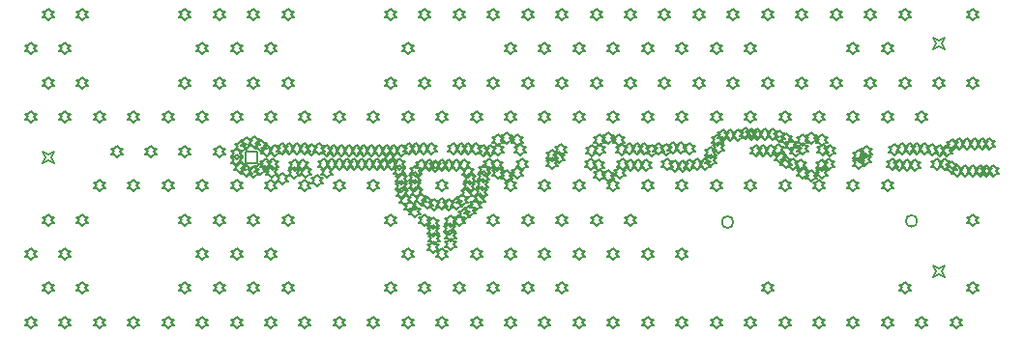
<source format=gbr>
G04*
G04 #@! TF.GenerationSoftware,Altium Limited,Altium Designer,24.9.1 (31)*
G04*
G04 Layer_Color=2752767*
%FSLAX25Y25*%
%MOIN*%
G70*
G04*
G04 #@! TF.SameCoordinates,BE83DA22-E0C5-4DDF-BF2C-7847B46FCBB1*
G04*
G04*
G04 #@! TF.FilePolarity,Positive*
G04*
G01*
G75*
%ADD13C,0.00500*%
%ADD62C,0.00667*%
D13*
X83827Y57055D02*
Y61055D01*
X87827D01*
Y57055D01*
X83827D01*
X320835Y17685D02*
X321835Y19685D01*
X320835Y21685D01*
X322835Y20685D01*
X324835Y21685D01*
X323835Y19685D01*
X324835Y17685D01*
X322835Y18685D01*
X320835Y17685D01*
Y96425D02*
X321835Y98425D01*
X320835Y100425D01*
X322835Y99425D01*
X324835Y100425D01*
X323835Y98425D01*
X324835Y96425D01*
X322835Y97425D01*
X320835Y96425D01*
X13748Y57055D02*
X14748Y59055D01*
X13748Y61055D01*
X15748Y60055D01*
X17748Y61055D01*
X16748Y59055D01*
X17748Y57055D01*
X15748Y58055D01*
X13748Y57055D01*
X341600Y52400D02*
X342600Y53400D01*
X343600D01*
X342600Y54400D01*
X343600Y55400D01*
X342600D01*
X341600Y56400D01*
X340600Y55400D01*
X339600D01*
X340600Y54400D01*
X339600Y53400D01*
X340600D01*
X341600Y52400D01*
X154500Y27000D02*
X155500Y28000D01*
X156500D01*
X155500Y29000D01*
X156500Y30000D01*
X155500D01*
X154500Y31000D01*
X153500Y30000D01*
X152500D01*
X153500Y29000D01*
X152500Y28000D01*
X153500D01*
X154500Y27000D01*
X148500Y26000D02*
X149500Y27000D01*
X150500D01*
X149500Y28000D01*
X150500Y29000D01*
X149500D01*
X148500Y30000D01*
X147500Y29000D01*
X146500D01*
X147500Y28000D01*
X146500Y27000D01*
X147500D01*
X148500Y26000D01*
X112000Y52000D02*
X113000Y53000D01*
X114000D01*
X113000Y54000D01*
X114000Y55000D01*
X113000D01*
X112000Y56000D01*
X111000Y55000D01*
X110000D01*
X111000Y54000D01*
X110000Y53000D01*
X111000D01*
X112000Y52000D01*
X104500D02*
X105500Y53000D01*
X106500D01*
X105500Y54000D01*
X106500Y55000D01*
X105500D01*
X104500Y56000D01*
X103500Y55000D01*
X102500D01*
X103500Y54000D01*
X102500Y53000D01*
X103500D01*
X104500Y52000D01*
X108500Y49000D02*
X109500Y50000D01*
X110500D01*
X109500Y51000D01*
X110500Y52000D01*
X109500D01*
X108500Y53000D01*
X107500Y52000D01*
X106500D01*
X107500Y51000D01*
X106500Y50000D01*
X107500D01*
X108500Y49000D01*
X100500Y51500D02*
X101500Y52500D01*
X102500D01*
X101500Y53500D01*
X102500Y54500D01*
X101500D01*
X100500Y55500D01*
X99500Y54500D01*
X98500D01*
X99500Y53500D01*
X98500Y52500D01*
X99500D01*
X100500Y51500D01*
X93000Y52000D02*
X94000Y53000D01*
X95000D01*
X94000Y54000D01*
X95000Y55000D01*
X94000D01*
X93000Y56000D01*
X92000Y55000D01*
X91000D01*
X92000Y54000D01*
X91000Y53000D01*
X92000D01*
X93000Y52000D01*
X96500Y49500D02*
X97500Y50500D01*
X98500D01*
X97500Y51500D01*
X98500Y52500D01*
X97500D01*
X96500Y53500D01*
X95500Y52500D01*
X94500D01*
X95500Y51500D01*
X94500Y50500D01*
X95500D01*
X96500Y49500D01*
X177500Y51500D02*
X178500Y52500D01*
X179500D01*
X178500Y53500D01*
X179500Y54500D01*
X178500D01*
X177500Y55500D01*
X176500Y54500D01*
X175500D01*
X176500Y53500D01*
X175500Y52500D01*
X176500D01*
X177500Y51500D01*
X171000D02*
X172000Y52500D01*
X173000D01*
X172000Y53500D01*
X173000Y54500D01*
X172000D01*
X171000Y55500D01*
X170000Y54500D01*
X169000D01*
X170000Y53500D01*
X169000Y52500D01*
X170000D01*
X171000Y51500D01*
X174000Y50500D02*
X175000Y51500D01*
X176000D01*
X175000Y52500D01*
X176000Y53500D01*
X175000D01*
X174000Y54500D01*
X173000Y53500D01*
X172000D01*
X173000Y52500D01*
X172000Y51500D01*
X173000D01*
X174000Y50500D01*
X177500Y63000D02*
X178500Y64000D01*
X179500D01*
X178500Y65000D01*
X179500Y66000D01*
X178500D01*
X177500Y67000D01*
X176500Y66000D01*
X175500D01*
X176500Y65000D01*
X175500Y64000D01*
X176500D01*
X177500Y63000D01*
X171000D02*
X172000Y64000D01*
X173000D01*
X172000Y65000D01*
X173000Y66000D01*
X172000D01*
X171000Y67000D01*
X170000Y66000D01*
X169000D01*
X170000Y65000D01*
X169000Y64000D01*
X170000D01*
X171000Y63000D01*
X174000Y63500D02*
X175000Y64500D01*
X176000D01*
X175000Y65500D01*
X176000Y66500D01*
X175000D01*
X174000Y67500D01*
X173000Y66500D01*
X172000D01*
X173000Y65500D01*
X172000Y64500D01*
X173000D01*
X174000Y63500D01*
X282500Y63000D02*
X283500Y64000D01*
X284500D01*
X283500Y65000D01*
X284500Y66000D01*
X283500D01*
X282500Y67000D01*
X281500Y66000D01*
X280500D01*
X281500Y65000D01*
X280500Y64000D01*
X281500D01*
X282500Y63000D01*
X276000D02*
X277000Y64000D01*
X278000D01*
X277000Y65000D01*
X278000Y66000D01*
X277000D01*
X276000Y67000D01*
X275000Y66000D01*
X274000D01*
X275000Y65000D01*
X274000Y64000D01*
X275000D01*
X276000Y63000D01*
X279000Y63500D02*
X280000Y64500D01*
X281000D01*
X280000Y65500D01*
X281000Y66500D01*
X280000D01*
X279000Y67500D01*
X278000Y66500D01*
X277000D01*
X278000Y65500D01*
X277000Y64500D01*
X278000D01*
X279000Y63500D01*
X282500Y51500D02*
X283500Y52500D01*
X284500D01*
X283500Y53500D01*
X284500Y54500D01*
X283500D01*
X282500Y55500D01*
X281500Y54500D01*
X280500D01*
X281500Y53500D01*
X280500Y52500D01*
X281500D01*
X282500Y51500D01*
X276000D02*
X277000Y52500D01*
X278000D01*
X277000Y53500D01*
X278000Y54500D01*
X277000D01*
X276000Y55500D01*
X275000Y54500D01*
X274000D01*
X275000Y53500D01*
X274000Y52500D01*
X275000D01*
X276000Y51500D01*
X279000Y50500D02*
X280000Y51500D01*
X281000D01*
X280000Y52500D01*
X281000Y53500D01*
X280000D01*
X279000Y54500D01*
X278000Y53500D01*
X277000D01*
X278000Y52500D01*
X277000Y51500D01*
X278000D01*
X279000Y50500D01*
X212500Y63000D02*
X213500Y64000D01*
X214500D01*
X213500Y65000D01*
X214500Y66000D01*
X213500D01*
X212500Y67000D01*
X211500Y66000D01*
X210500D01*
X211500Y65000D01*
X210500Y64000D01*
X211500D01*
X212500Y63000D01*
X206000D02*
X207000Y64000D01*
X208000D01*
X207000Y65000D01*
X208000Y66000D01*
X207000D01*
X206000Y67000D01*
X205000Y66000D01*
X204000D01*
X205000Y65000D01*
X204000Y64000D01*
X205000D01*
X206000Y63000D01*
X209000Y63500D02*
X210000Y64500D01*
X211000D01*
X210000Y65500D01*
X211000Y66500D01*
X210000D01*
X209000Y67500D01*
X208000Y66500D01*
X207000D01*
X208000Y65500D01*
X207000Y64500D01*
X208000D01*
X209000Y63500D01*
X206000Y51000D02*
X207000Y52000D01*
X208000D01*
X207000Y53000D01*
X208000Y54000D01*
X207000D01*
X206000Y55000D01*
X205000Y54000D01*
X204000D01*
X205000Y53000D01*
X204000Y52000D01*
X205000D01*
X206000Y51000D01*
X213000Y51500D02*
X214000Y52500D01*
X215000D01*
X214000Y53500D01*
X215000Y54500D01*
X214000D01*
X213000Y55500D01*
X212000Y54500D01*
X211000D01*
X212000Y53500D01*
X211000Y52500D01*
X212000D01*
X213000Y51500D01*
X209000Y50500D02*
X210000Y51500D01*
X211000D01*
X210000Y52500D01*
X211000Y53500D01*
X210000D01*
X209000Y54500D01*
X208000Y53500D01*
X207000D01*
X208000Y52500D01*
X207000Y51500D01*
X208000D01*
X209000Y50500D01*
X151500Y54300D02*
X152500Y55300D01*
X153500D01*
X152500Y56300D01*
X153500Y57300D01*
X152500D01*
X151500Y58300D01*
X150500Y57300D01*
X149500D01*
X150500Y56300D01*
X149500Y55300D01*
X150500D01*
X151500Y54300D01*
X153936Y54251D02*
X154936Y55251D01*
X155936D01*
X154936Y56251D01*
X155936Y57251D01*
X154936D01*
X153936Y58251D01*
X152936Y57251D01*
X151936D01*
X152936Y56251D01*
X151936Y55251D01*
X152936D01*
X153936Y54251D01*
X156508Y54149D02*
X157508Y55149D01*
X158508D01*
X157508Y56149D01*
X158508Y57149D01*
X157508D01*
X156508Y58149D01*
X155508Y57149D01*
X154508D01*
X155508Y56149D01*
X154508Y55149D01*
X155508D01*
X156508Y54149D01*
X159083D02*
X160083Y55149D01*
X161083D01*
X160083Y56149D01*
X161083Y57149D01*
X160083D01*
X159083Y58149D01*
X158083Y57149D01*
X157083D01*
X158083Y56149D01*
X157083Y55149D01*
X158083D01*
X159083Y54149D01*
X160492Y51993D02*
X161492Y52993D01*
X162492D01*
X161492Y53993D01*
X162492Y54993D01*
X161492D01*
X160492Y55993D01*
X159492Y54993D01*
X158492D01*
X159492Y53993D01*
X158492Y52993D01*
X159492D01*
X160492Y51993D01*
X161061Y49482D02*
X162061Y50482D01*
X163061D01*
X162061Y51482D01*
X163061Y52482D01*
X162061D01*
X161061Y53482D01*
X160061Y52482D01*
X159061D01*
X160061Y51482D01*
X159061Y50482D01*
X160061D01*
X161061Y49482D01*
X160981Y46909D02*
X161981Y47909D01*
X162981D01*
X161981Y48909D01*
X162981Y49909D01*
X161981D01*
X160981Y50909D01*
X159981Y49909D01*
X158981D01*
X159981Y48909D01*
X158981Y47909D01*
X159981D01*
X160981Y46909D01*
X160157Y44469D02*
X161157Y45469D01*
X162157D01*
X161157Y46469D01*
X162157Y47469D01*
X161157D01*
X160157Y48469D01*
X159157Y47469D01*
X158157D01*
X159157Y46469D01*
X158157Y45469D01*
X159157D01*
X160157Y44469D01*
X158592Y42425D02*
X159592Y43425D01*
X160592D01*
X159592Y44425D01*
X160592Y45425D01*
X159592D01*
X158592Y46425D01*
X157592Y45425D01*
X156592D01*
X157592Y44425D01*
X156592Y43425D01*
X157592D01*
X158592Y42425D01*
X156441Y41011D02*
X157441Y42011D01*
X158441D01*
X157441Y43011D01*
X158441Y44011D01*
X157441D01*
X156441Y45011D01*
X155441Y44011D01*
X154441D01*
X155441Y43011D01*
X154441Y42011D01*
X155441D01*
X156441Y41011D01*
X153894Y40633D02*
X154894Y41633D01*
X155894D01*
X154894Y42633D01*
X155894Y43633D01*
X154894D01*
X153894Y44633D01*
X152894Y43633D01*
X151894D01*
X152894Y42633D01*
X151894Y41633D01*
X152894D01*
X153894Y40633D01*
X151355Y41064D02*
X152355Y42064D01*
X153355D01*
X152355Y43064D01*
X153355Y44064D01*
X152355D01*
X151355Y45064D01*
X150355Y44064D01*
X149355D01*
X150355Y43064D01*
X149355Y42064D01*
X150355D01*
X151355Y41064D01*
X148853Y40458D02*
X149853Y41458D01*
X150853D01*
X149853Y42458D01*
X150853Y43458D01*
X149853D01*
X148853Y44458D01*
X147853Y43458D01*
X146853D01*
X147853Y42458D01*
X146853Y41458D01*
X147853D01*
X148853Y40458D01*
X146383Y41185D02*
X147383Y42185D01*
X148383D01*
X147383Y43185D01*
X148383Y44185D01*
X147383D01*
X146383Y45185D01*
X145383Y44185D01*
X144383D01*
X145383Y43185D01*
X144383Y42185D01*
X145383D01*
X146383Y41185D01*
X144278Y42668D02*
X145278Y43668D01*
X146278D01*
X145278Y44668D01*
X146278Y45668D01*
X145278D01*
X144278Y46668D01*
X143278Y45668D01*
X142278D01*
X143278Y44668D01*
X142278Y43668D01*
X143278D01*
X144278Y42668D01*
X142821Y44790D02*
X143821Y45790D01*
X144820D01*
X143821Y46790D01*
X144820Y47790D01*
X143821D01*
X142821Y48790D01*
X141821Y47790D01*
X140821D01*
X141821Y46790D01*
X140821Y45790D01*
X141821D01*
X142821Y44790D01*
X142133Y47272D02*
X143133Y48272D01*
X144133D01*
X143133Y49272D01*
X144133Y50272D01*
X143133D01*
X142133Y51272D01*
X141133Y50272D01*
X140133D01*
X141133Y49272D01*
X140133Y48272D01*
X141133D01*
X142133Y47272D01*
X142089Y49846D02*
X143089Y50846D01*
X144089D01*
X143089Y51846D01*
X144089Y52846D01*
X143089D01*
X142089Y53846D01*
X141089Y52846D01*
X140089D01*
X141089Y51846D01*
X140089Y50846D01*
X141089D01*
X142089Y49846D01*
X142670Y52354D02*
X143670Y53354D01*
X144670D01*
X143670Y54354D01*
X144670Y55354D01*
X143670D01*
X142670Y56354D01*
X141670Y55354D01*
X140670D01*
X141670Y54354D01*
X140670Y53354D01*
X141670D01*
X142670Y52354D01*
X144517Y54149D02*
X145517Y55149D01*
X146517D01*
X145517Y56149D01*
X146517Y57149D01*
X145517D01*
X144517Y58149D01*
X143517Y57149D01*
X142517D01*
X143517Y56149D01*
X142517Y55149D01*
X143517D01*
X144517Y54149D01*
X147092D02*
X148092Y55149D01*
X149092D01*
X148092Y56149D01*
X149092Y57149D01*
X148092D01*
X147092Y58149D01*
X146092Y57149D01*
X145092D01*
X146092Y56149D01*
X145092Y55149D01*
X146092D01*
X147092Y54149D01*
X149200Y54100D02*
X150200Y55100D01*
X151200D01*
X150200Y56100D01*
X151200Y57100D01*
X150200D01*
X149200Y58100D01*
X148200Y57100D01*
X147200D01*
X148200Y56100D01*
X147200Y55100D01*
X148200D01*
X149200Y54100D01*
X192475Y59476D02*
X193475Y60476D01*
X194475D01*
X193475Y61476D01*
X194475Y62476D01*
X193475D01*
X192475Y63476D01*
X191475Y62476D01*
X190475D01*
X191475Y61476D01*
X190475Y60476D01*
X191475D01*
X192475Y59476D01*
X192015Y56943D02*
X193015Y57943D01*
X194015D01*
X193015Y58943D01*
X194015Y59943D01*
X193015D01*
X192015Y60943D01*
X191015Y59943D01*
X190015D01*
X191015Y58943D01*
X190015Y57943D01*
X191015D01*
X192015Y56943D01*
X202903Y54730D02*
X203903Y55730D01*
X204903D01*
X203903Y56730D01*
X204903Y57730D01*
X203903D01*
X202903Y58730D01*
X201903Y57730D01*
X200903D01*
X201903Y56730D01*
X200903Y55730D01*
X201903D01*
X202903Y54730D01*
X205455Y54385D02*
X206455Y55385D01*
X207455D01*
X206455Y56385D01*
X207455Y57385D01*
X206455D01*
X205455Y58385D01*
X204455Y57385D01*
X203455D01*
X204455Y56385D01*
X203455Y55385D01*
X204455D01*
X205455Y54385D01*
X205720Y59725D02*
X206720Y60725D01*
X207720D01*
X206720Y61725D01*
X207720Y62725D01*
X206720D01*
X205720Y63725D01*
X204720Y62725D01*
X203720D01*
X204720Y61725D01*
X203720Y60725D01*
X204720D01*
X205720Y59725D01*
X203169Y59380D02*
X204169Y60380D01*
X205169D01*
X204169Y61380D01*
X205169Y62380D01*
X204169D01*
X203169Y63380D01*
X202169Y62380D01*
X201169D01*
X202169Y61380D01*
X201169Y60380D01*
X202169D01*
X203169Y59380D01*
X178359Y59725D02*
X179359Y60725D01*
X180359D01*
X179359Y61725D01*
X180359Y62725D01*
X179359D01*
X178359Y63725D01*
X177359Y62725D01*
X176359D01*
X177359Y61725D01*
X176359Y60725D01*
X177359D01*
X178359Y59725D01*
X179341Y54538D02*
X180341Y55538D01*
X181341D01*
X180341Y56538D01*
X181341Y57538D01*
X180341D01*
X179341Y58538D01*
X178341Y57538D01*
X177341D01*
X178341Y56538D01*
X177341Y55538D01*
X178341D01*
X179341Y54538D01*
X189444Y54973D02*
X190445Y55973D01*
X191445D01*
X190445Y56973D01*
X191445Y57973D01*
X190445D01*
X189444Y58973D01*
X188444Y57973D01*
X187444D01*
X188444Y56973D01*
X187444Y55973D01*
X188444D01*
X189444Y54973D01*
X189678Y57537D02*
X190678Y58537D01*
X191678D01*
X190678Y59537D01*
X191678Y60537D01*
X190678D01*
X189678Y61537D01*
X188678Y60537D01*
X187678D01*
X188678Y59537D01*
X187678Y58537D01*
X188678D01*
X189678Y57537D01*
X285346Y59380D02*
X286346Y60380D01*
X287346D01*
X286346Y61380D01*
X287346Y62380D01*
X286346D01*
X285346Y63380D01*
X284346Y62380D01*
X283346D01*
X284346Y61380D01*
X283346Y60380D01*
X284346D01*
X285346Y59380D01*
X282795Y59725D02*
X283795Y60725D01*
X284795D01*
X283795Y61725D01*
X284795Y62725D01*
X283795D01*
X282795Y63725D01*
X281795Y62725D01*
X280795D01*
X281795Y61725D01*
X280795Y60725D01*
X281795D01*
X282795Y59725D01*
X282441Y54385D02*
X283441Y55385D01*
X284441D01*
X283441Y56385D01*
X284441Y57385D01*
X283441D01*
X282441Y58385D01*
X281441Y57385D01*
X280441D01*
X281441Y56385D01*
X280441Y55385D01*
X281441D01*
X282441Y54385D01*
X284993Y54730D02*
X285993Y55730D01*
X286993D01*
X285993Y56730D01*
X286993Y57730D01*
X285993D01*
X284993Y58730D01*
X283993Y57730D01*
X282993D01*
X283993Y56730D01*
X282993Y55730D01*
X283993D01*
X284993Y54730D01*
X295055Y54973D02*
X296055Y55973D01*
X297055D01*
X296055Y56973D01*
X297055Y57973D01*
X296055D01*
X295055Y58973D01*
X294055Y57973D01*
X293055D01*
X294055Y56973D01*
X293055Y55973D01*
X294055D01*
X295055Y54973D01*
X295288Y57537D02*
X296288Y58537D01*
X297288D01*
X296288Y59537D01*
X297288Y60537D01*
X296288D01*
X295288Y61537D01*
X294288Y60537D01*
X293288D01*
X294288Y59537D01*
X293288Y58537D01*
X294288D01*
X295288Y57537D01*
X340310Y61694D02*
X341310Y62694D01*
X342310D01*
X341310Y63694D01*
X342310Y64694D01*
X341310D01*
X340310Y65694D01*
X339310Y64694D01*
X338310D01*
X339310Y63694D01*
X338310Y62694D01*
X339310D01*
X340310Y61694D01*
X337736D02*
X338736Y62694D01*
X339736D01*
X338736Y63694D01*
X339736Y64694D01*
X338736D01*
X337736Y65694D01*
X336736Y64694D01*
X335736D01*
X336736Y63694D01*
X335736Y62694D01*
X336736D01*
X337736Y61694D01*
X335161D02*
X336161Y62694D01*
X337161D01*
X336161Y63694D01*
X337161Y64694D01*
X336161D01*
X335161Y65694D01*
X334161Y64694D01*
X333161D01*
X334161Y63694D01*
X333161Y62694D01*
X334161D01*
X335161Y61694D01*
X332586D02*
X333586Y62694D01*
X334586D01*
X333586Y63694D01*
X334586Y64694D01*
X333586D01*
X332586Y65694D01*
X331586Y64694D01*
X330586D01*
X331586Y63694D01*
X330586Y62694D01*
X331586D01*
X332586Y61694D01*
X330011D02*
X331011Y62694D01*
X332011D01*
X331011Y63694D01*
X332011Y64694D01*
X331011D01*
X330011Y65694D01*
X329011Y64694D01*
X328011D01*
X329011Y63694D01*
X328011Y62694D01*
X329011D01*
X330011Y61694D01*
X327499Y61127D02*
X328499Y62127D01*
X329499D01*
X328499Y63127D01*
X329499Y64127D01*
X328499D01*
X327499Y65127D01*
X326499Y64127D01*
X325499D01*
X326499Y63127D01*
X325499Y62127D01*
X326499D01*
X327499Y61127D01*
X325608Y59380D02*
X326608Y60380D01*
X327608D01*
X326608Y61380D01*
X327608Y62380D01*
X326608D01*
X325608Y63380D01*
X324608Y62380D01*
X323608D01*
X324608Y61380D01*
X323608Y60380D01*
X324608D01*
X325608Y59380D01*
X323033D02*
X324033Y60380D01*
X325033D01*
X324033Y61380D01*
X325033Y62380D01*
X324033D01*
X323033Y63380D01*
X322033Y62380D01*
X321033D01*
X322033Y61380D01*
X321033Y60380D01*
X322033D01*
X323033Y59380D01*
X320480Y59716D02*
X321480Y60716D01*
X322480D01*
X321480Y61716D01*
X322480Y62716D01*
X321480D01*
X320480Y63716D01*
X319480Y62716D01*
X318480D01*
X319480Y61716D01*
X318480Y60716D01*
X319480D01*
X320480Y59716D01*
X317908Y59824D02*
X318908Y60824D01*
X319908D01*
X318908Y61824D01*
X319908Y62824D01*
X318908D01*
X317908Y63824D01*
X316908Y62824D01*
X315908D01*
X316908Y61824D01*
X315908Y60824D01*
X316908D01*
X317908Y59824D01*
X315333Y59864D02*
X316333Y60864D01*
X317333D01*
X316333Y61864D01*
X317333Y62864D01*
X316333D01*
X315333Y63864D01*
X314333Y62864D01*
X313333D01*
X314333Y61864D01*
X313333Y60864D01*
X314333D01*
X315333Y59864D01*
X312760Y59961D02*
X313760Y60962D01*
X314760D01*
X313760Y61962D01*
X314760Y62962D01*
X313760D01*
X312760Y63961D01*
X311760Y62962D01*
X310760D01*
X311760Y61962D01*
X310760Y60962D01*
X311760D01*
X312760Y59961D01*
X310186D02*
X311186Y60962D01*
X312186D01*
X311186Y61962D01*
X312186Y62962D01*
X311186D01*
X310186Y63961D01*
X309186Y62962D01*
X308186D01*
X309186Y61962D01*
X308186Y60962D01*
X309186D01*
X310186Y59961D01*
X307651Y59510D02*
X308651Y60510D01*
X309651D01*
X308651Y61510D01*
X309651Y62510D01*
X308651D01*
X307651Y63510D01*
X306651Y62510D01*
X305651D01*
X306651Y61510D01*
X305651Y60510D01*
X306651D01*
X307651Y59510D01*
X297716Y58790D02*
X298716Y59790D01*
X299716D01*
X298716Y60790D01*
X299716Y61790D01*
X298716D01*
X297716Y62790D01*
X296716Y61790D01*
X295716D01*
X296716Y60790D01*
X295716Y59790D01*
X296716D01*
X297716Y58790D01*
X297625Y56217D02*
X298625Y57217D01*
X299625D01*
X298625Y58217D01*
X299625Y59217D01*
X298625D01*
X297625Y60217D01*
X296625Y59217D01*
X295625D01*
X296625Y58217D01*
X295625Y57217D01*
X296625D01*
X297625Y56217D01*
X306804Y54585D02*
X307804Y55585D01*
X308804D01*
X307804Y56586D01*
X308804Y57586D01*
X307804D01*
X306804Y58586D01*
X305804Y57586D01*
X304804D01*
X305804Y56586D01*
X304804Y55585D01*
X305804D01*
X306804Y54585D01*
X309341Y54149D02*
X310341Y55149D01*
X311341D01*
X310341Y56149D01*
X311341Y57149D01*
X310341D01*
X309341Y58149D01*
X308341Y57149D01*
X307341D01*
X308341Y56149D01*
X307341Y55149D01*
X308341D01*
X309341Y54149D01*
X311915Y54214D02*
X312915Y55214D01*
X313915D01*
X312915Y56214D01*
X313915Y57214D01*
X312915D01*
X311915Y58214D01*
X310915Y57214D01*
X309915D01*
X310915Y56214D01*
X309915Y55214D01*
X310915D01*
X311915Y54214D01*
X314489Y54149D02*
X315489Y55149D01*
X316489D01*
X315489Y56149D01*
X316489Y57149D01*
X315489D01*
X314489Y58149D01*
X313489Y57149D01*
X312489D01*
X313489Y56149D01*
X312489Y55149D01*
X313489D01*
X314489Y54149D01*
X322180Y54730D02*
X323180Y55730D01*
X324180D01*
X323180Y56730D01*
X324180Y57730D01*
X323180D01*
X322180Y58730D01*
X321180Y57730D01*
X320180D01*
X321180Y56730D01*
X320180Y55730D01*
X321180D01*
X322180Y54730D01*
X324755D02*
X325755Y55730D01*
X326755D01*
X325755Y56730D01*
X326755Y57730D01*
X325755D01*
X324755Y58730D01*
X323755Y57730D01*
X322755D01*
X323755Y56730D01*
X322755Y55730D01*
X323755D01*
X324755Y54730D01*
X327128Y53731D02*
X328128Y54731D01*
X329128D01*
X328128Y55731D01*
X329128Y56731D01*
X328128D01*
X327128Y57731D01*
X326128Y56731D01*
X325128D01*
X326128Y55731D01*
X325128Y54731D01*
X326128D01*
X327128Y53731D01*
X329342Y52416D02*
X330342Y53416D01*
X331342D01*
X330342Y54416D01*
X331342Y55416D01*
X330342D01*
X329342Y56416D01*
X328342Y55416D01*
X327342D01*
X328342Y54416D01*
X327342Y53416D01*
X328342D01*
X329342Y52416D01*
X331917D02*
X332917Y53416D01*
X333917D01*
X332917Y54416D01*
X333917Y55416D01*
X332917D01*
X331917Y56416D01*
X330917Y55416D01*
X329917D01*
X330917Y54416D01*
X329917Y53416D01*
X330917D01*
X331917Y52416D01*
X334492D02*
X335492Y53416D01*
X336492D01*
X335492Y54416D01*
X336492Y55416D01*
X335492D01*
X334492Y56416D01*
X333492Y55416D01*
X332492D01*
X333492Y54416D01*
X332492Y53416D01*
X333492D01*
X334492Y52416D01*
X337066D02*
X338066Y53416D01*
X339066D01*
X338066Y54416D01*
X339066Y55416D01*
X338066D01*
X337066Y56416D01*
X336066Y55416D01*
X335066D01*
X336066Y54416D01*
X335066Y53416D01*
X336066D01*
X337066Y52416D01*
X339300Y52400D02*
X340300Y53400D01*
X341300D01*
X340300Y54400D01*
X341300Y55400D01*
X340300D01*
X339300Y56400D01*
X338300Y55400D01*
X337300D01*
X338300Y54400D01*
X337300Y53400D01*
X338300D01*
X339300Y52400D01*
X233890Y60115D02*
X234890Y61115D01*
X235890D01*
X234890Y62115D01*
X235890Y63115D01*
X234890D01*
X233890Y64115D01*
X232890Y63115D01*
X231890D01*
X232890Y62115D01*
X231890Y61115D01*
X232890D01*
X233890Y60115D01*
X231316Y60178D02*
X232316Y61178D01*
X233316D01*
X232316Y62178D01*
X233316Y63178D01*
X232316D01*
X231316Y64178D01*
X230316Y63178D01*
X229316D01*
X230316Y62178D01*
X229316Y61178D01*
X230316D01*
X231316Y60178D01*
X228814Y59568D02*
X229814Y60568D01*
X230814D01*
X229814Y61568D01*
X230814Y62568D01*
X229814D01*
X228814Y63568D01*
X227814Y62568D01*
X226814D01*
X227814Y61568D01*
X226814Y60568D01*
X227814D01*
X228814Y59568D01*
X226283Y60040D02*
X227283Y61040D01*
X228283D01*
X227283Y62040D01*
X228283Y63040D01*
X227283D01*
X226283Y64040D01*
X225283Y63040D01*
X224283D01*
X225283Y62040D01*
X224283Y61040D01*
X225283D01*
X226283Y60040D01*
X223784Y59419D02*
X224784Y60419D01*
X225784D01*
X224784Y61419D01*
X225784Y62419D01*
X224784D01*
X223784Y63419D01*
X222784Y62419D01*
X221784D01*
X222784Y61419D01*
X221784Y60419D01*
X222784D01*
X223784Y59419D01*
X221268Y59961D02*
X222268Y60962D01*
X223268D01*
X222268Y61962D01*
X223268Y62962D01*
X222268D01*
X221268Y63961D01*
X220268Y62962D01*
X219268D01*
X220268Y61962D01*
X219268Y60962D01*
X220268D01*
X221268Y59961D01*
X218693D02*
X219693Y60962D01*
X220693D01*
X219693Y61962D01*
X220693Y62962D01*
X219693D01*
X218693Y63961D01*
X217693Y62962D01*
X216693D01*
X217693Y61962D01*
X216693Y60962D01*
X217693D01*
X218693Y59961D01*
X216119Y59886D02*
X217119Y60886D01*
X218119D01*
X217119Y61886D01*
X218119Y62886D01*
X217119D01*
X216119Y63886D01*
X215119Y62886D01*
X214119D01*
X215119Y61886D01*
X214119Y60886D01*
X215119D01*
X216119Y59886D01*
X213549Y59725D02*
X214549Y60725D01*
X215549D01*
X214549Y61725D01*
X215549Y62725D01*
X214549D01*
X213549Y63725D01*
X212549Y62725D01*
X211549D01*
X212549Y61725D01*
X211549Y60725D01*
X212549D01*
X213549Y59725D01*
X213985Y54460D02*
X214985Y55460D01*
X215985D01*
X214985Y56460D01*
X215985Y57460D01*
X214985D01*
X213985Y58460D01*
X212985Y57460D01*
X211985D01*
X212985Y56460D01*
X211985Y55460D01*
X212985D01*
X213985Y54460D01*
X216541Y54149D02*
X217541Y55149D01*
X218541D01*
X217541Y56149D01*
X218541Y57149D01*
X217541D01*
X216541Y58149D01*
X215541Y57149D01*
X214541D01*
X215541Y56149D01*
X214541Y55149D01*
X215541D01*
X216541Y54149D01*
X219116Y54153D02*
X220116Y55153D01*
X221116D01*
X220116Y56153D01*
X221116Y57153D01*
X220116D01*
X219116Y58153D01*
X218116Y57153D01*
X217116D01*
X218116Y56153D01*
X217116Y55153D01*
X218116D01*
X219116Y54153D01*
X221691Y54149D02*
X222691Y55149D01*
X223691D01*
X222691Y56149D01*
X223691Y57149D01*
X222691D01*
X221691Y58149D01*
X220691Y57149D01*
X219691D01*
X220691Y56149D01*
X219691Y55149D01*
X220691D01*
X221691Y54149D01*
X229343Y54501D02*
X230343Y55501D01*
X231343D01*
X230343Y56501D01*
X231343Y57501D01*
X230343D01*
X229343Y58501D01*
X228343Y57501D01*
X227343D01*
X228343Y56501D01*
X227343Y55501D01*
X228343D01*
X229343Y54501D01*
X231854Y53932D02*
X232854Y54932D01*
X233854D01*
X232854Y55932D01*
X233854Y56932D01*
X232854D01*
X231854Y57932D01*
X230854Y56932D01*
X229854D01*
X230854Y55932D01*
X229854Y54932D01*
X230854D01*
X231854Y53932D01*
X234429D02*
X235429Y54932D01*
X236429D01*
X235429Y55932D01*
X236429Y56932D01*
X235429D01*
X234429Y57932D01*
X233429Y56932D01*
X232429D01*
X233429Y55932D01*
X232429Y54932D01*
X233429D01*
X234429Y53932D01*
X236995Y54150D02*
X237995Y55150D01*
X238995D01*
X237995Y56150D01*
X238995Y57150D01*
X237995D01*
X236995Y58150D01*
X235995Y57150D01*
X234995D01*
X235995Y56150D01*
X234995Y55150D01*
X235995D01*
X236995Y54150D01*
X239533Y54582D02*
X240533Y55582D01*
X241533D01*
X240533Y56582D01*
X241533Y57582D01*
X240533D01*
X239533Y58582D01*
X238533Y57582D01*
X237533D01*
X238533Y56582D01*
X237533Y55582D01*
X238533D01*
X239533Y54582D01*
X242108D02*
X243108Y55582D01*
X244108D01*
X243108Y56582D01*
X244108Y57582D01*
X243108D01*
X242108Y58582D01*
X241108Y57582D01*
X240108D01*
X241108Y56582D01*
X240108Y55582D01*
X241108D01*
X242108Y54582D01*
X244335Y55873D02*
X245335Y56873D01*
X246335D01*
X245335Y57873D01*
X246335Y58873D01*
X245335D01*
X244335Y59873D01*
X243335Y58873D01*
X242335D01*
X243335Y57873D01*
X242335Y56873D01*
X243335D01*
X244335Y55873D01*
X244293Y58448D02*
X245293Y59448D01*
X246293D01*
X245293Y60448D01*
X246293Y61448D01*
X245293D01*
X244293Y62448D01*
X243293Y61448D01*
X242293D01*
X243293Y60448D01*
X242293Y59448D01*
X243293D01*
X244293Y58448D01*
X236860Y60050D02*
X237860Y61050D01*
X238860D01*
X237860Y62050D01*
X238860Y63050D01*
X237860D01*
X236860Y64050D01*
X235860Y63050D01*
X234860D01*
X235860Y62050D01*
X234860Y61050D01*
X235860D01*
X236860Y60050D01*
X84229Y62053D02*
X85229Y63053D01*
X86229D01*
X85229Y64053D01*
X86229Y65053D01*
X85229D01*
X84229Y66053D01*
X83229Y65053D01*
X82229D01*
X83229Y64053D01*
X82229Y63053D01*
X83229D01*
X84229Y62053D01*
X82048Y60684D02*
X83048Y61684D01*
X84048D01*
X83048Y62684D01*
X84048Y63684D01*
X83048D01*
X82048Y64684D01*
X81049Y63684D01*
X80049D01*
X81049Y62684D01*
X80049Y61684D01*
X81049D01*
X82048Y60684D01*
X80781Y58443D02*
X81781Y59443D01*
X82781D01*
X81781Y60443D01*
X82781Y61443D01*
X81781D01*
X80781Y62443D01*
X79781Y61443D01*
X78781D01*
X79781Y60443D01*
X78781Y59443D01*
X79781D01*
X80781Y58443D01*
X80717Y55869D02*
X81717Y56869D01*
X82717D01*
X81717Y57869D01*
X82717Y58869D01*
X81717D01*
X80717Y59869D01*
X79717Y58869D01*
X78717D01*
X79717Y57869D01*
X78717Y56869D01*
X79717D01*
X80717Y55869D01*
X81900Y53582D02*
X82900Y54582D01*
X83900D01*
X82900Y55582D01*
X83900Y56582D01*
X82900D01*
X81900Y57582D01*
X80900Y56582D01*
X79900D01*
X80900Y55582D01*
X79900Y54582D01*
X80900D01*
X81900Y53582D01*
X84032Y52138D02*
X85032Y53138D01*
X86032D01*
X85032Y54138D01*
X86032Y55138D01*
X85032D01*
X84032Y56138D01*
X83032Y55138D01*
X82032D01*
X83032Y54138D01*
X82032Y53138D01*
X83032D01*
X84032Y52138D01*
X86594Y51882D02*
X87594Y52882D01*
X88594D01*
X87594Y53882D01*
X88594Y54882D01*
X87594D01*
X86594Y55882D01*
X85594Y54882D01*
X84594D01*
X85594Y53882D01*
X84594Y52882D01*
X85594D01*
X86594Y51882D01*
X88969Y52875D02*
X89969Y53875D01*
X90970D01*
X89969Y54875D01*
X90970Y55875D01*
X89969D01*
X88969Y56875D01*
X87969Y55875D01*
X86970D01*
X87969Y54875D01*
X86970Y53875D01*
X87969D01*
X88969Y52875D01*
X90755Y54730D02*
X91755Y55730D01*
X92756D01*
X91755Y56730D01*
X92756Y57730D01*
X91755D01*
X90755Y58730D01*
X89755Y57730D01*
X88756D01*
X89755Y56730D01*
X88756Y55730D01*
X89755D01*
X90755Y54730D01*
X93330D02*
X94330Y55730D01*
X95330D01*
X94330Y56730D01*
X95330Y57730D01*
X94330D01*
X93330Y58730D01*
X92330Y57730D01*
X91330D01*
X92330Y56730D01*
X91330Y55730D01*
X92330D01*
X93330Y54730D01*
X100884Y54149D02*
X101884Y55149D01*
X102884D01*
X101884Y56149D01*
X102884Y57149D01*
X101884D01*
X100884Y58149D01*
X99884Y57149D01*
X98884D01*
X99884Y56149D01*
X98884Y55149D01*
X99884D01*
X100884Y54149D01*
X103458D02*
X104458Y55149D01*
X105458D01*
X104458Y56149D01*
X105458Y57149D01*
X104458D01*
X103458Y58149D01*
X102459Y57149D01*
X101459D01*
X102459Y56149D01*
X101459Y55149D01*
X102459D01*
X103458Y54149D01*
X110994Y54730D02*
X111994Y55730D01*
X112994D01*
X111994Y56730D01*
X112994Y57730D01*
X111994D01*
X110994Y58730D01*
X109994Y57730D01*
X108994D01*
X109994Y56730D01*
X108994Y55730D01*
X109994D01*
X110994Y54730D01*
X113568D02*
X114568Y55730D01*
X115568D01*
X114568Y56730D01*
X115568Y57730D01*
X114568D01*
X113568Y58730D01*
X112568Y57730D01*
X111568D01*
X112568Y56730D01*
X111568Y55730D01*
X112568D01*
X113568Y54730D01*
X116143D02*
X117143Y55730D01*
X118143D01*
X117143Y56730D01*
X118143Y57730D01*
X117143D01*
X116143Y58730D01*
X115143Y57730D01*
X114143D01*
X115143Y56730D01*
X114143Y55730D01*
X115143D01*
X116143Y54730D01*
X118718D02*
X119718Y55730D01*
X120718D01*
X119718Y56730D01*
X120718Y57730D01*
X119718D01*
X118718Y58730D01*
X117718Y57730D01*
X116718D01*
X117718Y56730D01*
X116718Y55730D01*
X117718D01*
X118718Y54730D01*
X121293D02*
X122293Y55730D01*
X123293D01*
X122293Y56730D01*
X123293Y57730D01*
X122293D01*
X121293Y58730D01*
X120293Y57730D01*
X119293D01*
X120293Y56730D01*
X119293Y55730D01*
X120293D01*
X121293Y54730D01*
X123868D02*
X124868Y55730D01*
X125868D01*
X124868Y56730D01*
X125868Y57730D01*
X124868D01*
X123868Y58730D01*
X122868Y57730D01*
X121868D01*
X122868Y56730D01*
X121868Y55730D01*
X122868D01*
X123868Y54730D01*
X126443D02*
X127443Y55730D01*
X128443D01*
X127443Y56730D01*
X128443Y57730D01*
X127443D01*
X126443Y58730D01*
X125443Y57730D01*
X124443D01*
X125443Y56730D01*
X124443Y55730D01*
X125443D01*
X126443Y54730D01*
X129017D02*
X130017Y55730D01*
X131017D01*
X130017Y56730D01*
X131017Y57730D01*
X130017D01*
X129017Y58730D01*
X128017Y57730D01*
X127017D01*
X128017Y56730D01*
X127017Y55730D01*
X128017D01*
X129017Y54730D01*
X131592D02*
X132592Y55730D01*
X133592D01*
X132592Y56730D01*
X133592Y57730D01*
X132592D01*
X131592Y58730D01*
X130592Y57730D01*
X129592D01*
X130592Y56730D01*
X129592Y55730D01*
X130592D01*
X131592Y54730D01*
X134162Y54577D02*
X135162Y55577D01*
X136162D01*
X135162Y56577D01*
X136162Y57577D01*
X135162D01*
X134162Y58577D01*
X133162Y57577D01*
X132162D01*
X133162Y56577D01*
X132162Y55577D01*
X133162D01*
X134162Y54577D01*
X136732Y54730D02*
X137733Y55730D01*
X138733D01*
X137733Y56730D01*
X138733Y57730D01*
X137733D01*
X136732Y58730D01*
X135732Y57730D01*
X134732D01*
X135732Y56730D01*
X134732Y55730D01*
X135732D01*
X136732Y54730D01*
X136857Y52158D02*
X137857Y53158D01*
X138857D01*
X137857Y54158D01*
X138857Y55158D01*
X137857D01*
X136857Y56158D01*
X135857Y55158D01*
X134857D01*
X135857Y54158D01*
X134857Y53158D01*
X135857D01*
X136857Y52158D01*
X137439Y49650D02*
X138439Y50650D01*
X139439D01*
X138439Y51650D01*
X139439Y52650D01*
X138439D01*
X137439Y53650D01*
X136439Y52650D01*
X135439D01*
X136439Y51650D01*
X135439Y50650D01*
X136439D01*
X137439Y49650D01*
X137528Y47077D02*
X138528Y48077D01*
X139528D01*
X138528Y49077D01*
X139528Y50077D01*
X138528D01*
X137528Y51077D01*
X136528Y50077D01*
X135528D01*
X136528Y49077D01*
X135528Y48077D01*
X136528D01*
X137528Y47077D01*
X137987Y44543D02*
X138987Y45543D01*
X139987D01*
X138987Y46543D01*
X139987Y47543D01*
X138987D01*
X137987Y48543D01*
X136987Y47543D01*
X135987D01*
X136987Y46543D01*
X135987Y45543D01*
X136987D01*
X137987Y44543D01*
X138986Y42170D02*
X139986Y43170D01*
X140986D01*
X139986Y44170D01*
X140986Y45170D01*
X139986D01*
X138986Y46170D01*
X137986Y45170D01*
X136986D01*
X137986Y44170D01*
X136986Y43170D01*
X137986D01*
X138986Y42170D01*
X140466Y40062D02*
X141466Y41063D01*
X142466D01*
X141466Y42063D01*
X142466Y43062D01*
X141466D01*
X140466Y44063D01*
X139466Y43062D01*
X138466D01*
X139466Y42063D01*
X138466Y41063D01*
X139466D01*
X140466Y40062D01*
X142328Y38285D02*
X143328Y39285D01*
X144328D01*
X143328Y40285D01*
X144328Y41285D01*
X143328D01*
X142328Y42285D01*
X141328Y41285D01*
X140328D01*
X141328Y40285D01*
X140328Y39285D01*
X141328D01*
X142328Y38285D01*
X148668Y34188D02*
X149668Y35188D01*
X150668D01*
X149668Y36188D01*
X150668Y37188D01*
X149668D01*
X148668Y38188D01*
X147668Y37188D01*
X146668D01*
X147668Y36188D01*
X146668Y35188D01*
X147668D01*
X148668Y34188D01*
Y31613D02*
X149668Y32614D01*
X150668D01*
X149668Y33613D01*
X150668Y34613D01*
X149668D01*
X148668Y35614D01*
X147668Y34613D01*
X146668D01*
X147668Y33613D01*
X146668Y32614D01*
X147668D01*
X148668Y31613D01*
X148689Y29039D02*
X149689Y30039D01*
X150689D01*
X149689Y31039D01*
X150689Y32039D01*
X149689D01*
X148689Y33039D01*
X147689Y32039D01*
X146689D01*
X147689Y31039D01*
X146689Y30039D01*
X147689D01*
X148689Y29039D01*
X154481Y29839D02*
X155481Y30839D01*
X156481D01*
X155481Y31839D01*
X156481Y32839D01*
X155481D01*
X154481Y33839D01*
X153481Y32839D01*
X152481D01*
X153481Y31839D01*
X152481Y30839D01*
X153481D01*
X154481Y29839D01*
X154337Y32409D02*
X155337Y33409D01*
X156337D01*
X155337Y34409D01*
X156337Y35409D01*
X155337D01*
X154337Y36409D01*
X153337Y35409D01*
X152337D01*
X153337Y34409D01*
X152337Y33409D01*
X153337D01*
X154337Y32409D01*
X154481Y34980D02*
X155481Y35980D01*
X156481D01*
X155481Y36980D01*
X156481Y37980D01*
X155481D01*
X154481Y38980D01*
X153481Y37980D01*
X152481D01*
X153481Y36980D01*
X152481Y35980D01*
X153481D01*
X154481Y34980D01*
X159117Y37192D02*
X160117Y38192D01*
X161117D01*
X160117Y39192D01*
X161117Y40192D01*
X160117D01*
X159117Y41192D01*
X158117Y40192D01*
X157117D01*
X158117Y39192D01*
X157117Y38192D01*
X158117D01*
X159117Y37192D01*
X161243Y38645D02*
X162243Y39645D01*
X163243D01*
X162243Y40645D01*
X163243Y41645D01*
X162243D01*
X161243Y42645D01*
X160243Y41645D01*
X159243D01*
X160243Y40645D01*
X159243Y39645D01*
X160243D01*
X161243Y38645D01*
X163044Y40484D02*
X164044Y41484D01*
X165044D01*
X164044Y42484D01*
X165044Y43484D01*
X164044D01*
X163044Y44484D01*
X162044Y43484D01*
X161044D01*
X162044Y42484D01*
X161044Y41484D01*
X162044D01*
X163044Y40484D01*
X164428Y42656D02*
X165428Y43656D01*
X166428D01*
X165428Y44656D01*
X166428Y45656D01*
X165428D01*
X164428Y46656D01*
X163428Y45656D01*
X162428D01*
X163428Y44656D01*
X162428Y43656D01*
X163428D01*
X164428Y42656D01*
X165292Y45081D02*
X166291Y46081D01*
X167291D01*
X166291Y47081D01*
X167291Y48081D01*
X166291D01*
X165292Y49081D01*
X164292Y48081D01*
X163292D01*
X164292Y47081D01*
X163292Y46081D01*
X164292D01*
X165292Y45081D01*
X165665Y47629D02*
X166665Y48629D01*
X167665D01*
X166665Y49629D01*
X167665Y50629D01*
X166665D01*
X165665Y51629D01*
X164665Y50629D01*
X163665D01*
X164665Y49629D01*
X163665Y48629D01*
X164665D01*
X165665Y47629D01*
X165711Y50203D02*
X166711Y51203D01*
X167711D01*
X166711Y52203D01*
X167711Y53203D01*
X166711D01*
X165711Y54203D01*
X164711Y53203D01*
X163711D01*
X164711Y52203D01*
X163711Y51203D01*
X164711D01*
X165711Y50203D01*
X166292Y52712D02*
X167292Y53712D01*
X168292D01*
X167292Y54712D01*
X168292Y55712D01*
X167292D01*
X166292Y56712D01*
X165292Y55712D01*
X164292D01*
X165292Y54712D01*
X164292Y53712D01*
X165292D01*
X166292Y52712D01*
X167891Y54730D02*
X168891Y55730D01*
X169891D01*
X168891Y56730D01*
X169891Y57730D01*
X168891D01*
X167891Y58730D01*
X166891Y57730D01*
X165891D01*
X166891Y56730D01*
X165891Y55730D01*
X166891D01*
X167891Y54730D01*
X170443Y54385D02*
X171443Y55385D01*
X172443D01*
X171443Y56385D01*
X172443Y57385D01*
X171443D01*
X170443Y58385D01*
X169443Y57385D01*
X168443D01*
X169443Y56385D01*
X168443Y55385D01*
X169443D01*
X170443Y54385D01*
X170863Y59725D02*
X171863Y60725D01*
X172863D01*
X171863Y61725D01*
X172863Y62725D01*
X171863D01*
X170863Y63725D01*
X169863Y62725D01*
X168863D01*
X169863Y61725D01*
X168863Y60725D01*
X169863D01*
X170863Y59725D01*
X168312Y59380D02*
X169312Y60380D01*
X170312D01*
X169312Y61380D01*
X170312Y62380D01*
X169312D01*
X168312Y63380D01*
X167312Y62380D01*
X166312D01*
X167312Y61380D01*
X166312Y60380D01*
X167312D01*
X168312Y59380D01*
X165737D02*
X166737Y60380D01*
X167737D01*
X166737Y61380D01*
X167737Y62380D01*
X166737D01*
X165737Y63380D01*
X164737Y62380D01*
X163737D01*
X164737Y61380D01*
X163737Y60380D01*
X164737D01*
X165737Y59380D01*
X163197Y59804D02*
X164197Y60804D01*
X165197D01*
X164197Y61804D01*
X165197Y62804D01*
X164197D01*
X163197Y63804D01*
X162197Y62804D01*
X161197D01*
X162197Y61804D01*
X161197Y60804D01*
X162197D01*
X163197Y59804D01*
X160626Y59939D02*
X161626Y60939D01*
X162626D01*
X161626Y61939D01*
X162626Y62939D01*
X161626D01*
X160626Y63939D01*
X159626Y62939D01*
X158626D01*
X159626Y61939D01*
X158626Y60939D01*
X159626D01*
X160626Y59939D01*
X158051Y59961D02*
X159051Y60962D01*
X160051D01*
X159051Y61962D01*
X160051Y62962D01*
X159051D01*
X158051Y63961D01*
X157051Y62962D01*
X156051D01*
X157051Y61962D01*
X156051Y60962D01*
X157051D01*
X158051Y59961D01*
X155477D02*
X156477Y60962D01*
X157477D01*
X156477Y61962D01*
X157477Y62962D01*
X156477D01*
X155477Y63961D01*
X154477Y62962D01*
X153477D01*
X154477Y61962D01*
X153477Y60962D01*
X154477D01*
X155477Y59961D01*
X147788D02*
X148788Y60962D01*
X149788D01*
X148788Y61962D01*
X149788Y62962D01*
X148788D01*
X147788Y63961D01*
X146788Y62962D01*
X145788D01*
X146788Y61962D01*
X145788Y60962D01*
X146788D01*
X147788Y59961D01*
X145213D02*
X146213Y60962D01*
X147213D01*
X146213Y61962D01*
X147213Y62962D01*
X146213D01*
X145213Y63961D01*
X144213Y62962D01*
X143213D01*
X144213Y61962D01*
X143213Y60962D01*
X144213D01*
X145213Y59961D01*
X142638D02*
X143638Y60962D01*
X144638D01*
X143638Y61962D01*
X144638Y62962D01*
X143638D01*
X142638Y63961D01*
X141638Y62962D01*
X140638D01*
X141638Y61962D01*
X140638Y60962D01*
X141638D01*
X142638Y59961D01*
X140068Y59804D02*
X141068Y60804D01*
X142068D01*
X141068Y61804D01*
X142068Y62804D01*
X141068D01*
X140068Y63804D01*
X139068Y62804D01*
X138068D01*
X139068Y61804D01*
X138068Y60804D01*
X139068D01*
X140068Y59804D01*
X137522Y59424D02*
X138522Y60424D01*
X139522D01*
X138522Y61424D01*
X139522Y62424D01*
X138522D01*
X137522Y63424D01*
X136522Y62424D01*
X135522D01*
X136522Y61424D01*
X135522Y60424D01*
X136522D01*
X137522Y59424D01*
X134947Y59380D02*
X135947Y60380D01*
X136947D01*
X135947Y61380D01*
X136947Y62380D01*
X135947D01*
X134947Y63380D01*
X133947Y62380D01*
X132947D01*
X133947Y61380D01*
X132947Y60380D01*
X133947D01*
X134947Y59380D01*
X132372D02*
X133372Y60380D01*
X134372D01*
X133372Y61380D01*
X134372Y62380D01*
X133372D01*
X132372Y63380D01*
X131372Y62380D01*
X130372D01*
X131372Y61380D01*
X130372Y60380D01*
X131372D01*
X132372Y59380D01*
X129798D02*
X130798Y60380D01*
X131798D01*
X130798Y61380D01*
X131798Y62380D01*
X130798D01*
X129798Y63380D01*
X128798Y62380D01*
X127798D01*
X128798Y61380D01*
X127798Y60380D01*
X128798D01*
X129798Y59380D01*
X127223D02*
X128223Y60380D01*
X129223D01*
X128223Y61380D01*
X129223Y62380D01*
X128223D01*
X127223Y63380D01*
X126223Y62380D01*
X125223D01*
X126223Y61380D01*
X125223Y60380D01*
X126223D01*
X127223Y59380D01*
X124648D02*
X125648Y60380D01*
X126648D01*
X125648Y61380D01*
X126648Y62380D01*
X125648D01*
X124648Y63380D01*
X123648Y62380D01*
X122648D01*
X123648Y61380D01*
X122648Y60380D01*
X123648D01*
X124648Y59380D01*
X122073D02*
X123073Y60380D01*
X124073D01*
X123073Y61380D01*
X124073Y62380D01*
X123073D01*
X122073Y63380D01*
X121073Y62380D01*
X120073D01*
X121073Y61380D01*
X120073Y60380D01*
X121073D01*
X122073Y59380D01*
X119498D02*
X120498Y60380D01*
X121498D01*
X120498Y61380D01*
X121498Y62380D01*
X120498D01*
X119498Y63380D01*
X118498Y62380D01*
X117498D01*
X118498Y61380D01*
X117498Y60380D01*
X118498D01*
X119498Y59380D01*
X116924D02*
X117924Y60380D01*
X118924D01*
X117924Y61380D01*
X118924Y62380D01*
X117924D01*
X116924Y63380D01*
X115924Y62380D01*
X114924D01*
X115924Y61380D01*
X114924Y60380D01*
X115924D01*
X116924Y59380D01*
X114349D02*
X115349Y60380D01*
X116349D01*
X115349Y61380D01*
X116349Y62380D01*
X115349D01*
X114349Y63380D01*
X113349Y62380D01*
X112349D01*
X113349Y61380D01*
X112349Y60380D01*
X113349D01*
X114349Y59380D01*
X111774D02*
X112774Y60380D01*
X113774D01*
X112774Y61380D01*
X113774Y62380D01*
X112774D01*
X111774Y63380D01*
X110774Y62380D01*
X109774D01*
X110774Y61380D01*
X109774Y60380D01*
X110774D01*
X111774Y59380D01*
X109234Y59804D02*
X110234Y60804D01*
X111234D01*
X110234Y61804D01*
X111234Y62804D01*
X110234D01*
X109234Y63804D01*
X108234Y62804D01*
X107234D01*
X108234Y61804D01*
X107234Y60804D01*
X108234D01*
X109234Y59804D01*
X106661Y59727D02*
X107661Y60727D01*
X108661D01*
X107661Y61727D01*
X108661Y62727D01*
X107661D01*
X106661Y63727D01*
X105661Y62727D01*
X104661D01*
X105661Y61727D01*
X104661Y60727D01*
X105661D01*
X106661Y59727D01*
X104096Y59961D02*
X105096Y60962D01*
X106096D01*
X105096Y61962D01*
X106096Y62962D01*
X105096D01*
X104096Y63961D01*
X103096Y62962D01*
X102096D01*
X103096Y61962D01*
X102096Y60962D01*
X103096D01*
X104096Y59961D01*
X101522D02*
X102522Y60962D01*
X103522D01*
X102522Y61962D01*
X103522Y62962D01*
X102522D01*
X101522Y63961D01*
X100522Y62962D01*
X99522D01*
X100522Y61962D01*
X99522Y60962D01*
X100522D01*
X101522Y59961D01*
X98948Y59885D02*
X99948Y60885D01*
X100948D01*
X99948Y61885D01*
X100948Y62885D01*
X99948D01*
X98948Y63885D01*
X97948Y62885D01*
X96948D01*
X97948Y61885D01*
X96948Y60885D01*
X97948D01*
X98948Y59885D01*
X96374Y59804D02*
X97374Y60804D01*
X98374D01*
X97374Y61804D01*
X98374Y62804D01*
X97374D01*
X96374Y63804D01*
X95375Y62804D01*
X94375D01*
X95375Y61804D01*
X94375Y60804D01*
X95375D01*
X96374Y59804D01*
X93835Y59380D02*
X94835Y60380D01*
X95835D01*
X94835Y61380D01*
X95835Y62380D01*
X94835D01*
X93835Y63380D01*
X92835Y62380D01*
X91835D01*
X92835Y61380D01*
X91835Y60380D01*
X92835D01*
X93835Y59380D01*
X91260D02*
X92260Y60380D01*
X93260D01*
X92260Y61380D01*
X93260Y62380D01*
X92260D01*
X91260Y63380D01*
X90260Y62380D01*
X89260D01*
X90260Y61380D01*
X89260Y60380D01*
X90260D01*
X91260Y59380D01*
X89265Y61008D02*
X90265Y62008D01*
X91265D01*
X90265Y63008D01*
X91265Y64008D01*
X90265D01*
X89265Y65008D01*
X88265Y64008D01*
X87265D01*
X88265Y63008D01*
X87265Y62008D01*
X88265D01*
X89265Y61008D01*
X86972Y62179D02*
X87972Y63179D01*
X88972D01*
X87972Y64179D01*
X88972Y65179D01*
X87972D01*
X86972Y66179D01*
X85972Y65179D01*
X84972D01*
X85972Y64179D01*
X84972Y63179D01*
X85972D01*
X86972Y62179D01*
X256093Y65158D02*
X257093Y66158D01*
X258093D01*
X257093Y67158D01*
X258093Y68158D01*
X257093D01*
X256093Y69158D01*
X255093Y68158D01*
X254093D01*
X255093Y67158D01*
X254093Y66158D01*
X255093D01*
X256093Y65158D01*
X253558Y64708D02*
X254558Y65708D01*
X255558D01*
X254558Y66708D01*
X255558Y67708D01*
X254558D01*
X253558Y68708D01*
X252558Y67708D01*
X251558D01*
X252558Y66708D01*
X251558Y65708D01*
X252558D01*
X253558Y64708D01*
X250984Y64647D02*
X251983Y65647D01*
X252983D01*
X251983Y66647D01*
X252983Y67647D01*
X251983D01*
X250984Y68647D01*
X249984Y67647D01*
X248984D01*
X249984Y66647D01*
X248984Y65647D01*
X249984D01*
X250984Y64647D01*
X248409D02*
X249409Y65647D01*
X250409D01*
X249409Y66647D01*
X250409Y67647D01*
X249409D01*
X248409Y68647D01*
X247409Y67647D01*
X246409D01*
X247409Y66647D01*
X246409Y65647D01*
X247409D01*
X248409Y64647D01*
X246554Y62861D02*
X247554Y63861D01*
X248554D01*
X247554Y64861D01*
X248554Y65861D01*
X247554D01*
X246554Y66861D01*
X245554Y65861D01*
X244554D01*
X245554Y64861D01*
X244554Y63861D01*
X245554D01*
X246554Y62861D01*
X246964Y60319D02*
X247964Y61319D01*
X248964D01*
X247964Y62319D01*
X248964Y63319D01*
X247964D01*
X246964Y64319D01*
X245964Y63319D01*
X244964D01*
X245964Y62319D01*
X244964Y61319D01*
X245964D01*
X246964Y60319D01*
X259694Y59284D02*
X260694Y60284D01*
X261694D01*
X260694Y61284D01*
X261694Y62284D01*
X260694D01*
X259694Y63284D01*
X258694Y62284D01*
X257694D01*
X258694Y61284D01*
X257694Y60284D01*
X258694D01*
X259694Y59284D01*
X262269Y59267D02*
X263269Y60267D01*
X264269D01*
X263269Y61267D01*
X264269Y62267D01*
X263269D01*
X262269Y63267D01*
X261269Y62267D01*
X260269D01*
X261269Y61267D01*
X260269Y60267D01*
X261269D01*
X262269Y59267D01*
X264844D02*
X265844Y60267D01*
X266844D01*
X265844Y61267D01*
X266844Y62267D01*
X265844D01*
X264844Y63267D01*
X263843Y62267D01*
X262843D01*
X263843Y61267D01*
X262843Y60267D01*
X263843D01*
X264844Y59267D01*
X267411Y59465D02*
X268411Y60465D01*
X269411D01*
X268411Y61465D01*
X269411Y62465D01*
X268411D01*
X267411Y63465D01*
X266411Y62465D01*
X265411D01*
X266411Y61465D01*
X265411Y60465D01*
X266411D01*
X267411Y59465D01*
X268235Y57026D02*
X269235Y58026D01*
X270235D01*
X269235Y59026D01*
X270235Y60026D01*
X269235D01*
X268235Y61026D01*
X267235Y60026D01*
X266235D01*
X267235Y59026D01*
X266235Y58026D01*
X267235D01*
X268235Y57026D01*
X270155Y55311D02*
X271155Y56311D01*
X272155D01*
X271155Y57311D01*
X272155Y58311D01*
X271155D01*
X270155Y59311D01*
X269155Y58311D01*
X268155D01*
X269155Y57311D01*
X268155Y56311D01*
X269155D01*
X270155Y55311D01*
X272664Y54730D02*
X273664Y55730D01*
X274664D01*
X273664Y56730D01*
X274664Y57730D01*
X273664D01*
X272664Y58730D01*
X271664Y57730D01*
X270664D01*
X271664Y56730D01*
X270664Y55730D01*
X271664D01*
X272664Y54730D01*
X275215Y54385D02*
X276215Y55385D01*
X277215D01*
X276215Y56385D01*
X277215Y57385D01*
X276215D01*
X275215Y58385D01*
X274215Y57385D01*
X273215D01*
X274215Y56385D01*
X273215Y55385D01*
X274215D01*
X275215Y54385D01*
X275900Y59800D02*
X276900Y60800D01*
X277900D01*
X276900Y61800D01*
X277900Y62800D01*
X276900D01*
X275900Y63800D01*
X274900Y62800D01*
X273900D01*
X274900Y61800D01*
X273900Y60800D01*
X274900D01*
X275900Y59800D01*
X273570Y59380D02*
X274570Y60380D01*
X275570D01*
X274570Y61380D01*
X275570Y62380D01*
X274570D01*
X273570Y63380D01*
X272570Y62380D01*
X271570D01*
X272570Y61380D01*
X271570Y60380D01*
X272570D01*
X273570Y59380D01*
X271760Y61212D02*
X272760Y62212D01*
X273760D01*
X272760Y63212D01*
X273760Y64212D01*
X272760D01*
X271760Y65212D01*
X270760Y64212D01*
X269760D01*
X270760Y63212D01*
X269760Y62212D01*
X270760D01*
X271760Y61212D01*
X270328Y63352D02*
X271328Y64352D01*
X272328D01*
X271328Y65352D01*
X272328Y66352D01*
X271328D01*
X270328Y67352D01*
X269328Y66352D01*
X268328D01*
X269328Y65352D01*
X268328Y64352D01*
X269328D01*
X270328Y63352D01*
X267978Y64403D02*
X268978Y65403D01*
X269978D01*
X268978Y66404D01*
X269978Y67404D01*
X268978D01*
X267978Y68404D01*
X266978Y67404D01*
X265978D01*
X266978Y66404D01*
X265978Y65403D01*
X266978D01*
X267978Y64403D01*
X265493Y65080D02*
X266493Y66080D01*
X267493D01*
X266493Y67080D01*
X267493Y68080D01*
X266493D01*
X265493Y69080D01*
X264493Y68080D01*
X263493D01*
X264493Y67080D01*
X263493Y66080D01*
X264493D01*
X265493Y65080D01*
X262919Y65015D02*
X263919Y66015D01*
X264919D01*
X263919Y67015D01*
X264919Y68015D01*
X263919D01*
X262919Y69015D01*
X261919Y68015D01*
X260919D01*
X261919Y67015D01*
X260919Y66015D01*
X261919D01*
X262919Y65015D01*
X260346Y65080D02*
X261346Y66080D01*
X262346D01*
X261346Y67080D01*
X262346Y68080D01*
X261346D01*
X260346Y69080D01*
X259346Y68080D01*
X258346D01*
X259346Y67080D01*
X258346Y66080D01*
X259346D01*
X260346Y65080D01*
X258300Y65100D02*
X259300Y66100D01*
X260300D01*
X259300Y67100D01*
X260300Y68100D01*
X259300D01*
X258300Y69100D01*
X257300Y68100D01*
X256300D01*
X257300Y67100D01*
X256300Y66100D01*
X257300D01*
X258300Y65100D01*
X257874Y47212D02*
X258874Y48213D01*
X259874D01*
X258874Y49213D01*
X259874Y50213D01*
X258874D01*
X257874Y51213D01*
X256874Y50213D01*
X255874D01*
X256874Y49213D01*
X255874Y48213D01*
X256874D01*
X257874Y47212D01*
X334646Y106268D02*
X335646Y107268D01*
X336646D01*
X335646Y108268D01*
X336646Y109268D01*
X335646D01*
X334646Y110268D01*
X333646Y109268D01*
X332646D01*
X333646Y108268D01*
X332646Y107268D01*
X333646D01*
X334646Y106268D01*
Y82646D02*
X335646Y83646D01*
X336646D01*
X335646Y84646D01*
X336646Y85646D01*
X335646D01*
X334646Y86646D01*
X333646Y85646D01*
X332646D01*
X333646Y84646D01*
X332646Y83646D01*
X333646D01*
X334646Y82646D01*
Y35401D02*
X335646Y36402D01*
X336646D01*
X335646Y37402D01*
X336646Y38401D01*
X335646D01*
X334646Y39402D01*
X333646Y38401D01*
X332646D01*
X333646Y37402D01*
X332646Y36402D01*
X333646D01*
X334646Y35401D01*
Y11779D02*
X335646Y12779D01*
X336646D01*
X335646Y13779D01*
X336646Y14779D01*
X335646D01*
X334646Y15779D01*
X333646Y14779D01*
X332646D01*
X333646Y13779D01*
X332646Y12779D01*
X333646D01*
X334646Y11779D01*
X328740Y-32D02*
X329740Y968D01*
X330740D01*
X329740Y1968D01*
X330740Y2968D01*
X329740D01*
X328740Y3968D01*
X327740Y2968D01*
X326740D01*
X327740Y1968D01*
X326740Y968D01*
X327740D01*
X328740Y-32D01*
X322834Y82646D02*
X323834Y83646D01*
X324834D01*
X323834Y84646D01*
X324834Y85646D01*
X323834D01*
X322834Y86646D01*
X321834Y85646D01*
X320834D01*
X321834Y84646D01*
X320834Y83646D01*
X321834D01*
X322834Y82646D01*
X316929Y70834D02*
X317929Y71834D01*
X318929D01*
X317929Y72834D01*
X318929Y73835D01*
X317929D01*
X316929Y74835D01*
X315929Y73835D01*
X314929D01*
X315929Y72834D01*
X314929Y71834D01*
X315929D01*
X316929Y70834D01*
Y-32D02*
X317929Y968D01*
X318929D01*
X317929Y1968D01*
X318929Y2968D01*
X317929D01*
X316929Y3968D01*
X315929Y2968D01*
X314929D01*
X315929Y1968D01*
X314929Y968D01*
X315929D01*
X316929Y-32D01*
X311023Y106268D02*
X312023Y107268D01*
X313023D01*
X312023Y108268D01*
X313023Y109268D01*
X312023D01*
X311023Y110268D01*
X310023Y109268D01*
X309023D01*
X310023Y108268D01*
X309023Y107268D01*
X310023D01*
X311023Y106268D01*
X305118Y94457D02*
X306118Y95457D01*
X307118D01*
X306118Y96457D01*
X307118Y97457D01*
X306118D01*
X305118Y98457D01*
X304118Y97457D01*
X303118D01*
X304118Y96457D01*
X303118Y95457D01*
X304118D01*
X305118Y94457D01*
X311023Y82646D02*
X312023Y83646D01*
X313023D01*
X312023Y84646D01*
X313023Y85646D01*
X312023D01*
X311023Y86646D01*
X310023Y85646D01*
X309023D01*
X310023Y84646D01*
X309023Y83646D01*
X310023D01*
X311023Y82646D01*
X305118Y70834D02*
X306118Y71834D01*
X307118D01*
X306118Y72834D01*
X307118Y73835D01*
X306118D01*
X305118Y74835D01*
X304118Y73835D01*
X303118D01*
X304118Y72834D01*
X303118Y71834D01*
X304118D01*
X305118Y70834D01*
Y47212D02*
X306118Y48213D01*
X307118D01*
X306118Y49213D01*
X307118Y50213D01*
X306118D01*
X305118Y51213D01*
X304118Y50213D01*
X303118D01*
X304118Y49213D01*
X303118Y48213D01*
X304118D01*
X305118Y47212D01*
X311023Y11779D02*
X312023Y12779D01*
X313023D01*
X312023Y13779D01*
X313023Y14779D01*
X312023D01*
X311023Y15779D01*
X310023Y14779D01*
X309023D01*
X310023Y13779D01*
X309023Y12779D01*
X310023D01*
X311023Y11779D01*
X305118Y-32D02*
X306118Y968D01*
X307118D01*
X306118Y1968D01*
X307118Y2968D01*
X306118D01*
X305118Y3968D01*
X304118Y2968D01*
X303118D01*
X304118Y1968D01*
X303118Y968D01*
X304118D01*
X305118Y-32D01*
X299213Y106268D02*
X300213Y107268D01*
X301213D01*
X300213Y108268D01*
X301213Y109268D01*
X300213D01*
X299213Y110268D01*
X298213Y109268D01*
X297213D01*
X298213Y108268D01*
X297213Y107268D01*
X298213D01*
X299213Y106268D01*
X293307Y94457D02*
X294307Y95457D01*
X295307D01*
X294307Y96457D01*
X295307Y97457D01*
X294307D01*
X293307Y98457D01*
X292307Y97457D01*
X291307D01*
X292307Y96457D01*
X291307Y95457D01*
X292307D01*
X293307Y94457D01*
X299213Y82646D02*
X300213Y83646D01*
X301213D01*
X300213Y84646D01*
X301213Y85646D01*
X300213D01*
X299213Y86646D01*
X298213Y85646D01*
X297213D01*
X298213Y84646D01*
X297213Y83646D01*
X298213D01*
X299213Y82646D01*
X293307Y70834D02*
X294307Y71834D01*
X295307D01*
X294307Y72834D01*
X295307Y73835D01*
X294307D01*
X293307Y74835D01*
X292307Y73835D01*
X291307D01*
X292307Y72834D01*
X291307Y71834D01*
X292307D01*
X293307Y70834D01*
Y47212D02*
X294307Y48213D01*
X295307D01*
X294307Y49213D01*
X295307Y50213D01*
X294307D01*
X293307Y51213D01*
X292307Y50213D01*
X291307D01*
X292307Y49213D01*
X291307Y48213D01*
X292307D01*
X293307Y47212D01*
Y-32D02*
X294307Y968D01*
X295307D01*
X294307Y1968D01*
X295307Y2968D01*
X294307D01*
X293307Y3968D01*
X292307Y2968D01*
X291307D01*
X292307Y1968D01*
X291307Y968D01*
X292307D01*
X293307Y-32D01*
X287402Y106268D02*
X288402Y107268D01*
X289402D01*
X288402Y108268D01*
X289402Y109268D01*
X288402D01*
X287402Y110268D01*
X286402Y109268D01*
X285402D01*
X286402Y108268D01*
X285402Y107268D01*
X286402D01*
X287402Y106268D01*
Y82646D02*
X288402Y83646D01*
X289402D01*
X288402Y84646D01*
X289402Y85646D01*
X288402D01*
X287402Y86646D01*
X286402Y85646D01*
X285402D01*
X286402Y84646D01*
X285402Y83646D01*
X286402D01*
X287402Y82646D01*
X281496Y70834D02*
X282496Y71834D01*
X283496D01*
X282496Y72834D01*
X283496Y73835D01*
X282496D01*
X281496Y74835D01*
X280496Y73835D01*
X279496D01*
X280496Y72834D01*
X279496Y71834D01*
X280496D01*
X281496Y70834D01*
Y47212D02*
X282496Y48213D01*
X283496D01*
X282496Y49213D01*
X283496Y50213D01*
X282496D01*
X281496Y51213D01*
X280496Y50213D01*
X279496D01*
X280496Y49213D01*
X279496Y48213D01*
X280496D01*
X281496Y47212D01*
Y-32D02*
X282496Y968D01*
X283496D01*
X282496Y1968D01*
X283496Y2968D01*
X282496D01*
X281496Y3968D01*
X280496Y2968D01*
X279496D01*
X280496Y1968D01*
X279496Y968D01*
X280496D01*
X281496Y-32D01*
X275590Y106268D02*
X276590Y107268D01*
X277590D01*
X276590Y108268D01*
X277590Y109268D01*
X276590D01*
X275590Y110268D01*
X274590Y109268D01*
X273590D01*
X274590Y108268D01*
X273590Y107268D01*
X274590D01*
X275590Y106268D01*
Y82646D02*
X276590Y83646D01*
X277590D01*
X276590Y84646D01*
X277590Y85646D01*
X276590D01*
X275590Y86646D01*
X274590Y85646D01*
X273590D01*
X274590Y84646D01*
X273590Y83646D01*
X274590D01*
X275590Y82646D01*
X269685Y70834D02*
X270685Y71834D01*
X271685D01*
X270685Y72834D01*
X271685Y73835D01*
X270685D01*
X269685Y74835D01*
X268685Y73835D01*
X267685D01*
X268685Y72834D01*
X267685Y71834D01*
X268685D01*
X269685Y70834D01*
Y47212D02*
X270685Y48213D01*
X271685D01*
X270685Y49213D01*
X271685Y50213D01*
X270685D01*
X269685Y51213D01*
X268685Y50213D01*
X267685D01*
X268685Y49213D01*
X267685Y48213D01*
X268685D01*
X269685Y47212D01*
Y-32D02*
X270685Y968D01*
X271685D01*
X270685Y1968D01*
X271685Y2968D01*
X270685D01*
X269685Y3968D01*
X268685Y2968D01*
X267685D01*
X268685Y1968D01*
X267685Y968D01*
X268685D01*
X269685Y-32D01*
X263779Y106268D02*
X264779Y107268D01*
X265779D01*
X264779Y108268D01*
X265779Y109268D01*
X264779D01*
X263779Y110268D01*
X262779Y109268D01*
X261779D01*
X262779Y108268D01*
X261779Y107268D01*
X262779D01*
X263779Y106268D01*
X257874Y94457D02*
X258874Y95457D01*
X259874D01*
X258874Y96457D01*
X259874Y97457D01*
X258874D01*
X257874Y98457D01*
X256874Y97457D01*
X255874D01*
X256874Y96457D01*
X255874Y95457D01*
X256874D01*
X257874Y94457D01*
X263779Y82646D02*
X264779Y83646D01*
X265779D01*
X264779Y84646D01*
X265779Y85646D01*
X264779D01*
X263779Y86646D01*
X262779Y85646D01*
X261779D01*
X262779Y84646D01*
X261779Y83646D01*
X262779D01*
X263779Y82646D01*
X257874Y70834D02*
X258874Y71834D01*
X259874D01*
X258874Y72834D01*
X259874Y73835D01*
X258874D01*
X257874Y74835D01*
X256874Y73835D01*
X255874D01*
X256874Y72834D01*
X255874Y71834D01*
X256874D01*
X257874Y70834D01*
X263779Y11779D02*
X264779Y12779D01*
X265779D01*
X264779Y13779D01*
X265779Y14779D01*
X264779D01*
X263779Y15779D01*
X262779Y14779D01*
X261779D01*
X262779Y13779D01*
X261779Y12779D01*
X262779D01*
X263779Y11779D01*
X257874Y-32D02*
X258874Y968D01*
X259874D01*
X258874Y1968D01*
X259874Y2968D01*
X258874D01*
X257874Y3968D01*
X256874Y2968D01*
X255874D01*
X256874Y1968D01*
X255874Y968D01*
X256874D01*
X257874Y-32D01*
X251968Y106268D02*
X252968Y107268D01*
X253968D01*
X252968Y108268D01*
X253968Y109268D01*
X252968D01*
X251968Y110268D01*
X250968Y109268D01*
X249968D01*
X250968Y108268D01*
X249968Y107268D01*
X250968D01*
X251968Y106268D01*
X246063Y94457D02*
X247063Y95457D01*
X248063D01*
X247063Y96457D01*
X248063Y97457D01*
X247063D01*
X246063Y98457D01*
X245063Y97457D01*
X244063D01*
X245063Y96457D01*
X244063Y95457D01*
X245063D01*
X246063Y94457D01*
X251968Y82646D02*
X252968Y83646D01*
X253968D01*
X252968Y84646D01*
X253968Y85646D01*
X252968D01*
X251968Y86646D01*
X250968Y85646D01*
X249968D01*
X250968Y84646D01*
X249968Y83646D01*
X250968D01*
X251968Y82646D01*
X246063Y70834D02*
X247063Y71834D01*
X248063D01*
X247063Y72834D01*
X248063Y73835D01*
X247063D01*
X246063Y74835D01*
X245063Y73835D01*
X244063D01*
X245063Y72834D01*
X244063Y71834D01*
X245063D01*
X246063Y70834D01*
Y47212D02*
X247063Y48213D01*
X248063D01*
X247063Y49213D01*
X248063Y50213D01*
X247063D01*
X246063Y51213D01*
X245063Y50213D01*
X244063D01*
X245063Y49213D01*
X244063Y48213D01*
X245063D01*
X246063Y47212D01*
Y-32D02*
X247063Y968D01*
X248063D01*
X247063Y1968D01*
X248063Y2968D01*
X247063D01*
X246063Y3968D01*
X245063Y2968D01*
X244063D01*
X245063Y1968D01*
X244063Y968D01*
X245063D01*
X246063Y-32D01*
X240157Y106268D02*
X241157Y107268D01*
X242157D01*
X241157Y108268D01*
X242157Y109268D01*
X241157D01*
X240157Y110268D01*
X239157Y109268D01*
X238157D01*
X239157Y108268D01*
X238157Y107268D01*
X239157D01*
X240157Y106268D01*
X234252Y94457D02*
X235252Y95457D01*
X236252D01*
X235252Y96457D01*
X236252Y97457D01*
X235252D01*
X234252Y98457D01*
X233252Y97457D01*
X232252D01*
X233252Y96457D01*
X232252Y95457D01*
X233252D01*
X234252Y94457D01*
X240157Y82646D02*
X241157Y83646D01*
X242157D01*
X241157Y84646D01*
X242157Y85646D01*
X241157D01*
X240157Y86646D01*
X239157Y85646D01*
X238157D01*
X239157Y84646D01*
X238157Y83646D01*
X239157D01*
X240157Y82646D01*
X234252Y70834D02*
X235252Y71834D01*
X236252D01*
X235252Y72834D01*
X236252Y73835D01*
X235252D01*
X234252Y74835D01*
X233252Y73835D01*
X232252D01*
X233252Y72834D01*
X232252Y71834D01*
X233252D01*
X234252Y70834D01*
Y47212D02*
X235252Y48213D01*
X236252D01*
X235252Y49213D01*
X236252Y50213D01*
X235252D01*
X234252Y51213D01*
X233252Y50213D01*
X232252D01*
X233252Y49213D01*
X232252Y48213D01*
X233252D01*
X234252Y47212D01*
Y23591D02*
X235252Y24590D01*
X236252D01*
X235252Y25591D01*
X236252Y26590D01*
X235252D01*
X234252Y27591D01*
X233252Y26590D01*
X232252D01*
X233252Y25591D01*
X232252Y24590D01*
X233252D01*
X234252Y23591D01*
Y-32D02*
X235252Y968D01*
X236252D01*
X235252Y1968D01*
X236252Y2968D01*
X235252D01*
X234252Y3968D01*
X233252Y2968D01*
X232252D01*
X233252Y1968D01*
X232252Y968D01*
X233252D01*
X234252Y-32D01*
X228346Y106268D02*
X229346Y107268D01*
X230346D01*
X229346Y108268D01*
X230346Y109268D01*
X229346D01*
X228346Y110268D01*
X227346Y109268D01*
X226346D01*
X227346Y108268D01*
X226346Y107268D01*
X227346D01*
X228346Y106268D01*
X222441Y94457D02*
X223441Y95457D01*
X224441D01*
X223441Y96457D01*
X224441Y97457D01*
X223441D01*
X222441Y98457D01*
X221441Y97457D01*
X220441D01*
X221441Y96457D01*
X220441Y95457D01*
X221441D01*
X222441Y94457D01*
X228346Y82646D02*
X229346Y83646D01*
X230346D01*
X229346Y84646D01*
X230346Y85646D01*
X229346D01*
X228346Y86646D01*
X227346Y85646D01*
X226346D01*
X227346Y84646D01*
X226346Y83646D01*
X227346D01*
X228346Y82646D01*
X222441Y70834D02*
X223441Y71834D01*
X224441D01*
X223441Y72834D01*
X224441Y73835D01*
X223441D01*
X222441Y74835D01*
X221441Y73835D01*
X220441D01*
X221441Y72834D01*
X220441Y71834D01*
X221441D01*
X222441Y70834D01*
Y47212D02*
X223441Y48213D01*
X224441D01*
X223441Y49213D01*
X224441Y50213D01*
X223441D01*
X222441Y51213D01*
X221441Y50213D01*
X220441D01*
X221441Y49213D01*
X220441Y48213D01*
X221441D01*
X222441Y47212D01*
Y23591D02*
X223441Y24590D01*
X224441D01*
X223441Y25591D01*
X224441Y26590D01*
X223441D01*
X222441Y27591D01*
X221441Y26590D01*
X220441D01*
X221441Y25591D01*
X220441Y24590D01*
X221441D01*
X222441Y23591D01*
Y-32D02*
X223441Y968D01*
X224441D01*
X223441Y1968D01*
X224441Y2968D01*
X223441D01*
X222441Y3968D01*
X221441Y2968D01*
X220441D01*
X221441Y1968D01*
X220441Y968D01*
X221441D01*
X222441Y-32D01*
X216535Y106268D02*
X217535Y107268D01*
X218535D01*
X217535Y108268D01*
X218535Y109268D01*
X217535D01*
X216535Y110268D01*
X215535Y109268D01*
X214535D01*
X215535Y108268D01*
X214535Y107268D01*
X215535D01*
X216535Y106268D01*
X210630Y94457D02*
X211630Y95457D01*
X212630D01*
X211630Y96457D01*
X212630Y97457D01*
X211630D01*
X210630Y98457D01*
X209630Y97457D01*
X208630D01*
X209630Y96457D01*
X208630Y95457D01*
X209630D01*
X210630Y94457D01*
X216535Y82646D02*
X217535Y83646D01*
X218535D01*
X217535Y84646D01*
X218535Y85646D01*
X217535D01*
X216535Y86646D01*
X215535Y85646D01*
X214535D01*
X215535Y84646D01*
X214535Y83646D01*
X215535D01*
X216535Y82646D01*
X210630Y70834D02*
X211630Y71834D01*
X212630D01*
X211630Y72834D01*
X212630Y73835D01*
X211630D01*
X210630Y74835D01*
X209630Y73835D01*
X208630D01*
X209630Y72834D01*
X208630Y71834D01*
X209630D01*
X210630Y70834D01*
Y47212D02*
X211630Y48213D01*
X212630D01*
X211630Y49213D01*
X212630Y50213D01*
X211630D01*
X210630Y51213D01*
X209630Y50213D01*
X208630D01*
X209630Y49213D01*
X208630Y48213D01*
X209630D01*
X210630Y47212D01*
X216535Y35401D02*
X217535Y36402D01*
X218535D01*
X217535Y37402D01*
X218535Y38401D01*
X217535D01*
X216535Y39402D01*
X215535Y38401D01*
X214535D01*
X215535Y37402D01*
X214535Y36402D01*
X215535D01*
X216535Y35401D01*
X210630Y23591D02*
X211630Y24590D01*
X212630D01*
X211630Y25591D01*
X212630Y26590D01*
X211630D01*
X210630Y27591D01*
X209630Y26590D01*
X208630D01*
X209630Y25591D01*
X208630Y24590D01*
X209630D01*
X210630Y23591D01*
Y-32D02*
X211630Y968D01*
X212630D01*
X211630Y1968D01*
X212630Y2968D01*
X211630D01*
X210630Y3968D01*
X209630Y2968D01*
X208630D01*
X209630Y1968D01*
X208630Y968D01*
X209630D01*
X210630Y-32D01*
X204724Y106268D02*
X205724Y107268D01*
X206724D01*
X205724Y108268D01*
X206724Y109268D01*
X205724D01*
X204724Y110268D01*
X203724Y109268D01*
X202724D01*
X203724Y108268D01*
X202724Y107268D01*
X203724D01*
X204724Y106268D01*
X198819Y94457D02*
X199819Y95457D01*
X200819D01*
X199819Y96457D01*
X200819Y97457D01*
X199819D01*
X198819Y98457D01*
X197819Y97457D01*
X196819D01*
X197819Y96457D01*
X196819Y95457D01*
X197819D01*
X198819Y94457D01*
X204724Y82646D02*
X205724Y83646D01*
X206724D01*
X205724Y84646D01*
X206724Y85646D01*
X205724D01*
X204724Y86646D01*
X203724Y85646D01*
X202724D01*
X203724Y84646D01*
X202724Y83646D01*
X203724D01*
X204724Y82646D01*
X198819Y70834D02*
X199819Y71834D01*
X200819D01*
X199819Y72834D01*
X200819Y73835D01*
X199819D01*
X198819Y74835D01*
X197819Y73835D01*
X196819D01*
X197819Y72834D01*
X196819Y71834D01*
X197819D01*
X198819Y70834D01*
Y47212D02*
X199819Y48213D01*
X200819D01*
X199819Y49213D01*
X200819Y50213D01*
X199819D01*
X198819Y51213D01*
X197819Y50213D01*
X196819D01*
X197819Y49213D01*
X196819Y48213D01*
X197819D01*
X198819Y47212D01*
X204724Y35401D02*
X205724Y36402D01*
X206724D01*
X205724Y37402D01*
X206724Y38401D01*
X205724D01*
X204724Y39402D01*
X203724Y38401D01*
X202724D01*
X203724Y37402D01*
X202724Y36402D01*
X203724D01*
X204724Y35401D01*
X198819Y23591D02*
X199819Y24590D01*
X200819D01*
X199819Y25591D01*
X200819Y26590D01*
X199819D01*
X198819Y27591D01*
X197819Y26590D01*
X196819D01*
X197819Y25591D01*
X196819Y24590D01*
X197819D01*
X198819Y23591D01*
Y-32D02*
X199819Y968D01*
X200819D01*
X199819Y1968D01*
X200819Y2968D01*
X199819D01*
X198819Y3968D01*
X197819Y2968D01*
X196819D01*
X197819Y1968D01*
X196819Y968D01*
X197819D01*
X198819Y-32D01*
X192913Y106268D02*
X193913Y107268D01*
X194913D01*
X193913Y108268D01*
X194913Y109268D01*
X193913D01*
X192913Y110268D01*
X191913Y109268D01*
X190913D01*
X191913Y108268D01*
X190913Y107268D01*
X191913D01*
X192913Y106268D01*
X187008Y94457D02*
X188008Y95457D01*
X189008D01*
X188008Y96457D01*
X189008Y97457D01*
X188008D01*
X187008Y98457D01*
X186008Y97457D01*
X185008D01*
X186008Y96457D01*
X185008Y95457D01*
X186008D01*
X187008Y94457D01*
X192913Y82646D02*
X193913Y83646D01*
X194913D01*
X193913Y84646D01*
X194913Y85646D01*
X193913D01*
X192913Y86646D01*
X191913Y85646D01*
X190913D01*
X191913Y84646D01*
X190913Y83646D01*
X191913D01*
X192913Y82646D01*
X187008Y70834D02*
X188008Y71834D01*
X189008D01*
X188008Y72834D01*
X189008Y73835D01*
X188008D01*
X187008Y74835D01*
X186008Y73835D01*
X185008D01*
X186008Y72834D01*
X185008Y71834D01*
X186008D01*
X187008Y70834D01*
Y47212D02*
X188008Y48213D01*
X189008D01*
X188008Y49213D01*
X189008Y50213D01*
X188008D01*
X187008Y51213D01*
X186008Y50213D01*
X185008D01*
X186008Y49213D01*
X185008Y48213D01*
X186008D01*
X187008Y47212D01*
X192913Y35401D02*
X193913Y36402D01*
X194913D01*
X193913Y37402D01*
X194913Y38401D01*
X193913D01*
X192913Y39402D01*
X191913Y38401D01*
X190913D01*
X191913Y37402D01*
X190913Y36402D01*
X191913D01*
X192913Y35401D01*
X187008Y23591D02*
X188008Y24590D01*
X189008D01*
X188008Y25591D01*
X189008Y26590D01*
X188008D01*
X187008Y27591D01*
X186008Y26590D01*
X185008D01*
X186008Y25591D01*
X185008Y24590D01*
X186008D01*
X187008Y23591D01*
X192913Y11779D02*
X193913Y12779D01*
X194913D01*
X193913Y13779D01*
X194913Y14779D01*
X193913D01*
X192913Y15779D01*
X191913Y14779D01*
X190913D01*
X191913Y13779D01*
X190913Y12779D01*
X191913D01*
X192913Y11779D01*
X187008Y-32D02*
X188008Y968D01*
X189008D01*
X188008Y1968D01*
X189008Y2968D01*
X188008D01*
X187008Y3968D01*
X186008Y2968D01*
X185008D01*
X186008Y1968D01*
X185008Y968D01*
X186008D01*
X187008Y-32D01*
X181102Y106268D02*
X182102Y107268D01*
X183102D01*
X182102Y108268D01*
X183102Y109268D01*
X182102D01*
X181102Y110268D01*
X180102Y109268D01*
X179102D01*
X180102Y108268D01*
X179102Y107268D01*
X180102D01*
X181102Y106268D01*
X175197Y94457D02*
X176197Y95457D01*
X177197D01*
X176197Y96457D01*
X177197Y97457D01*
X176197D01*
X175197Y98457D01*
X174197Y97457D01*
X173197D01*
X174197Y96457D01*
X173197Y95457D01*
X174197D01*
X175197Y94457D01*
X181102Y82646D02*
X182102Y83646D01*
X183102D01*
X182102Y84646D01*
X183102Y85646D01*
X182102D01*
X181102Y86646D01*
X180102Y85646D01*
X179102D01*
X180102Y84646D01*
X179102Y83646D01*
X180102D01*
X181102Y82646D01*
X175197Y70834D02*
X176197Y71834D01*
X177197D01*
X176197Y72834D01*
X177197Y73835D01*
X176197D01*
X175197Y74835D01*
X174197Y73835D01*
X173197D01*
X174197Y72834D01*
X173197Y71834D01*
X174197D01*
X175197Y70834D01*
Y47212D02*
X176197Y48213D01*
X177197D01*
X176197Y49213D01*
X177197Y50213D01*
X176197D01*
X175197Y51213D01*
X174197Y50213D01*
X173197D01*
X174197Y49213D01*
X173197Y48213D01*
X174197D01*
X175197Y47212D01*
X181102Y35401D02*
X182102Y36402D01*
X183102D01*
X182102Y37402D01*
X183102Y38401D01*
X182102D01*
X181102Y39402D01*
X180102Y38401D01*
X179102D01*
X180102Y37402D01*
X179102Y36402D01*
X180102D01*
X181102Y35401D01*
X175197Y23591D02*
X176197Y24590D01*
X177197D01*
X176197Y25591D01*
X177197Y26590D01*
X176197D01*
X175197Y27591D01*
X174197Y26590D01*
X173197D01*
X174197Y25591D01*
X173197Y24590D01*
X174197D01*
X175197Y23591D01*
X181102Y11779D02*
X182102Y12779D01*
X183102D01*
X182102Y13779D01*
X183102Y14779D01*
X182102D01*
X181102Y15779D01*
X180102Y14779D01*
X179102D01*
X180102Y13779D01*
X179102Y12779D01*
X180102D01*
X181102Y11779D01*
X175197Y-32D02*
X176197Y968D01*
X177197D01*
X176197Y1968D01*
X177197Y2968D01*
X176197D01*
X175197Y3968D01*
X174197Y2968D01*
X173197D01*
X174197Y1968D01*
X173197Y968D01*
X174197D01*
X175197Y-32D01*
X169291Y106268D02*
X170291Y107268D01*
X171291D01*
X170291Y108268D01*
X171291Y109268D01*
X170291D01*
X169291Y110268D01*
X168291Y109268D01*
X167291D01*
X168291Y108268D01*
X167291Y107268D01*
X168291D01*
X169291Y106268D01*
Y82646D02*
X170291Y83646D01*
X171291D01*
X170291Y84646D01*
X171291Y85646D01*
X170291D01*
X169291Y86646D01*
X168291Y85646D01*
X167291D01*
X168291Y84646D01*
X167291Y83646D01*
X168291D01*
X169291Y82646D01*
X163386Y70834D02*
X164386Y71834D01*
X165386D01*
X164386Y72834D01*
X165386Y73835D01*
X164386D01*
X163386Y74835D01*
X162386Y73835D01*
X161386D01*
X162386Y72834D01*
X161386Y71834D01*
X162386D01*
X163386Y70834D01*
X169291Y35401D02*
X170291Y36402D01*
X171291D01*
X170291Y37402D01*
X171291Y38401D01*
X170291D01*
X169291Y39402D01*
X168291Y38401D01*
X167291D01*
X168291Y37402D01*
X167291Y36402D01*
X168291D01*
X169291Y35401D01*
X163386Y23591D02*
X164386Y24590D01*
X165386D01*
X164386Y25591D01*
X165386Y26590D01*
X164386D01*
X163386Y27591D01*
X162386Y26590D01*
X161386D01*
X162386Y25591D01*
X161386Y24590D01*
X162386D01*
X163386Y23591D01*
X169291Y11779D02*
X170291Y12779D01*
X171291D01*
X170291Y13779D01*
X171291Y14779D01*
X170291D01*
X169291Y15779D01*
X168291Y14779D01*
X167291D01*
X168291Y13779D01*
X167291Y12779D01*
X168291D01*
X169291Y11779D01*
X163386Y-32D02*
X164386Y968D01*
X165386D01*
X164386Y1968D01*
X165386Y2968D01*
X164386D01*
X163386Y3968D01*
X162386Y2968D01*
X161386D01*
X162386Y1968D01*
X161386Y968D01*
X162386D01*
X163386Y-32D01*
X157480Y106268D02*
X158480Y107268D01*
X159480D01*
X158480Y108268D01*
X159480Y109268D01*
X158480D01*
X157480Y110268D01*
X156480Y109268D01*
X155480D01*
X156480Y108268D01*
X155480Y107268D01*
X156480D01*
X157480Y106268D01*
Y82646D02*
X158480Y83646D01*
X159480D01*
X158480Y84646D01*
X159480Y85646D01*
X158480D01*
X157480Y86646D01*
X156480Y85646D01*
X155480D01*
X156480Y84646D01*
X155480Y83646D01*
X156480D01*
X157480Y82646D01*
X151575Y70834D02*
X152575Y71834D01*
X153575D01*
X152575Y72834D01*
X153575Y73835D01*
X152575D01*
X151575Y74835D01*
X150575Y73835D01*
X149575D01*
X150575Y72834D01*
X149575Y71834D01*
X150575D01*
X151575Y70834D01*
Y47212D02*
X152575Y48213D01*
X153575D01*
X152575Y49213D01*
X153575Y50213D01*
X152575D01*
X151575Y51213D01*
X150575Y50213D01*
X149575D01*
X150575Y49213D01*
X149575Y48213D01*
X150575D01*
X151575Y47212D01*
X157480Y35401D02*
X158480Y36402D01*
X159480D01*
X158480Y37402D01*
X159480Y38401D01*
X158480D01*
X157480Y39402D01*
X156480Y38401D01*
X155480D01*
X156480Y37402D01*
X155480Y36402D01*
X156480D01*
X157480Y35401D01*
X151575Y23591D02*
X152575Y24590D01*
X153575D01*
X152575Y25591D01*
X153575Y26590D01*
X152575D01*
X151575Y27591D01*
X150575Y26590D01*
X149575D01*
X150575Y25591D01*
X149575Y24590D01*
X150575D01*
X151575Y23591D01*
X157480Y11779D02*
X158480Y12779D01*
X159480D01*
X158480Y13779D01*
X159480Y14779D01*
X158480D01*
X157480Y15779D01*
X156480Y14779D01*
X155480D01*
X156480Y13779D01*
X155480Y12779D01*
X156480D01*
X157480Y11779D01*
X151575Y-32D02*
X152575Y968D01*
X153575D01*
X152575Y1968D01*
X153575Y2968D01*
X152575D01*
X151575Y3968D01*
X150575Y2968D01*
X149575D01*
X150575Y1968D01*
X149575Y968D01*
X150575D01*
X151575Y-32D01*
X145669Y106268D02*
X146669Y107268D01*
X147669D01*
X146669Y108268D01*
X147669Y109268D01*
X146669D01*
X145669Y110268D01*
X144669Y109268D01*
X143669D01*
X144669Y108268D01*
X143669Y107268D01*
X144669D01*
X145669Y106268D01*
X139764Y94457D02*
X140764Y95457D01*
X141764D01*
X140764Y96457D01*
X141764Y97457D01*
X140764D01*
X139764Y98457D01*
X138764Y97457D01*
X137764D01*
X138764Y96457D01*
X137764Y95457D01*
X138764D01*
X139764Y94457D01*
X145669Y82646D02*
X146669Y83646D01*
X147669D01*
X146669Y84646D01*
X147669Y85646D01*
X146669D01*
X145669Y86646D01*
X144669Y85646D01*
X143669D01*
X144669Y84646D01*
X143669Y83646D01*
X144669D01*
X145669Y82646D01*
X139764Y70834D02*
X140764Y71834D01*
X141764D01*
X140764Y72834D01*
X141764Y73835D01*
X140764D01*
X139764Y74835D01*
X138764Y73835D01*
X137764D01*
X138764Y72834D01*
X137764Y71834D01*
X138764D01*
X139764Y70834D01*
X145669Y35401D02*
X146669Y36402D01*
X147669D01*
X146669Y37402D01*
X147669Y38401D01*
X146669D01*
X145669Y39402D01*
X144669Y38401D01*
X143669D01*
X144669Y37402D01*
X143669Y36402D01*
X144669D01*
X145669Y35401D01*
X139764Y23591D02*
X140764Y24590D01*
X141764D01*
X140764Y25591D01*
X141764Y26590D01*
X140764D01*
X139764Y27591D01*
X138764Y26590D01*
X137764D01*
X138764Y25591D01*
X137764Y24590D01*
X138764D01*
X139764Y23591D01*
X145669Y11779D02*
X146669Y12779D01*
X147669D01*
X146669Y13779D01*
X147669Y14779D01*
X146669D01*
X145669Y15779D01*
X144669Y14779D01*
X143669D01*
X144669Y13779D01*
X143669Y12779D01*
X144669D01*
X145669Y11779D01*
X139764Y-32D02*
X140764Y968D01*
X141764D01*
X140764Y1968D01*
X141764Y2968D01*
X140764D01*
X139764Y3968D01*
X138764Y2968D01*
X137764D01*
X138764Y1968D01*
X137764Y968D01*
X138764D01*
X139764Y-32D01*
X133858Y106268D02*
X134858Y107268D01*
X135858D01*
X134858Y108268D01*
X135858Y109268D01*
X134858D01*
X133858Y110268D01*
X132858Y109268D01*
X131858D01*
X132858Y108268D01*
X131858Y107268D01*
X132858D01*
X133858Y106268D01*
Y82646D02*
X134858Y83646D01*
X135858D01*
X134858Y84646D01*
X135858Y85646D01*
X134858D01*
X133858Y86646D01*
X132858Y85646D01*
X131858D01*
X132858Y84646D01*
X131858Y83646D01*
X132858D01*
X133858Y82646D01*
X127953Y70834D02*
X128953Y71834D01*
X129953D01*
X128953Y72834D01*
X129953Y73835D01*
X128953D01*
X127953Y74835D01*
X126953Y73835D01*
X125953D01*
X126953Y72834D01*
X125953Y71834D01*
X126953D01*
X127953Y70834D01*
Y47212D02*
X128953Y48213D01*
X129953D01*
X128953Y49213D01*
X129953Y50213D01*
X128953D01*
X127953Y51213D01*
X126953Y50213D01*
X125953D01*
X126953Y49213D01*
X125953Y48213D01*
X126953D01*
X127953Y47212D01*
X133858Y35401D02*
X134858Y36402D01*
X135858D01*
X134858Y37402D01*
X135858Y38401D01*
X134858D01*
X133858Y39402D01*
X132858Y38401D01*
X131858D01*
X132858Y37402D01*
X131858Y36402D01*
X132858D01*
X133858Y35401D01*
Y11779D02*
X134858Y12779D01*
X135858D01*
X134858Y13779D01*
X135858Y14779D01*
X134858D01*
X133858Y15779D01*
X132858Y14779D01*
X131858D01*
X132858Y13779D01*
X131858Y12779D01*
X132858D01*
X133858Y11779D01*
X127953Y-32D02*
X128953Y968D01*
X129953D01*
X128953Y1968D01*
X129953Y2968D01*
X128953D01*
X127953Y3968D01*
X126953Y2968D01*
X125953D01*
X126953Y1968D01*
X125953Y968D01*
X126953D01*
X127953Y-32D01*
X116142Y70834D02*
X117142Y71834D01*
X118142D01*
X117142Y72834D01*
X118142Y73835D01*
X117142D01*
X116142Y74835D01*
X115142Y73835D01*
X114142D01*
X115142Y72834D01*
X114142Y71834D01*
X115142D01*
X116142Y70834D01*
Y47212D02*
X117142Y48213D01*
X118142D01*
X117142Y49213D01*
X118142Y50213D01*
X117142D01*
X116142Y51213D01*
X115142Y50213D01*
X114142D01*
X115142Y49213D01*
X114142Y48213D01*
X115142D01*
X116142Y47212D01*
Y-32D02*
X117142Y968D01*
X118142D01*
X117142Y1968D01*
X118142Y2968D01*
X117142D01*
X116142Y3968D01*
X115142Y2968D01*
X114142D01*
X115142Y1968D01*
X114142Y968D01*
X115142D01*
X116142Y-32D01*
X104331Y70834D02*
X105331Y71834D01*
X106331D01*
X105331Y72834D01*
X106331Y73835D01*
X105331D01*
X104331Y74835D01*
X103331Y73835D01*
X102331D01*
X103331Y72834D01*
X102331Y71834D01*
X103331D01*
X104331Y70834D01*
Y47212D02*
X105331Y48213D01*
X106331D01*
X105331Y49213D01*
X106331Y50213D01*
X105331D01*
X104331Y51213D01*
X103331Y50213D01*
X102331D01*
X103331Y49213D01*
X102331Y48213D01*
X103331D01*
X104331Y47212D01*
Y-32D02*
X105331Y968D01*
X106331D01*
X105331Y1968D01*
X106331Y2968D01*
X105331D01*
X104331Y3968D01*
X103331Y2968D01*
X102331D01*
X103331Y1968D01*
X102331Y968D01*
X103331D01*
X104331Y-32D01*
X98425Y106268D02*
X99425Y107268D01*
X100425D01*
X99425Y108268D01*
X100425Y109268D01*
X99425D01*
X98425Y110268D01*
X97425Y109268D01*
X96425D01*
X97425Y108268D01*
X96425Y107268D01*
X97425D01*
X98425Y106268D01*
X92520Y94457D02*
X93520Y95457D01*
X94520D01*
X93520Y96457D01*
X94520Y97457D01*
X93520D01*
X92520Y98457D01*
X91520Y97457D01*
X90520D01*
X91520Y96457D01*
X90520Y95457D01*
X91520D01*
X92520Y94457D01*
X98425Y82646D02*
X99425Y83646D01*
X100425D01*
X99425Y84646D01*
X100425Y85646D01*
X99425D01*
X98425Y86646D01*
X97425Y85646D01*
X96425D01*
X97425Y84646D01*
X96425Y83646D01*
X97425D01*
X98425Y82646D01*
X92520Y70834D02*
X93520Y71834D01*
X94520D01*
X93520Y72834D01*
X94520Y73835D01*
X93520D01*
X92520Y74835D01*
X91520Y73835D01*
X90520D01*
X91520Y72834D01*
X90520Y71834D01*
X91520D01*
X92520Y70834D01*
Y47212D02*
X93520Y48213D01*
X94520D01*
X93520Y49213D01*
X94520Y50213D01*
X93520D01*
X92520Y51213D01*
X91520Y50213D01*
X90520D01*
X91520Y49213D01*
X90520Y48213D01*
X91520D01*
X92520Y47212D01*
X98425Y35401D02*
X99425Y36402D01*
X100425D01*
X99425Y37402D01*
X100425Y38401D01*
X99425D01*
X98425Y39402D01*
X97425Y38401D01*
X96425D01*
X97425Y37402D01*
X96425Y36402D01*
X97425D01*
X98425Y35401D01*
X92520Y23591D02*
X93520Y24590D01*
X94520D01*
X93520Y25591D01*
X94520Y26590D01*
X93520D01*
X92520Y27591D01*
X91520Y26590D01*
X90520D01*
X91520Y25591D01*
X90520Y24590D01*
X91520D01*
X92520Y23591D01*
X98425Y11779D02*
X99425Y12779D01*
X100425D01*
X99425Y13779D01*
X100425Y14779D01*
X99425D01*
X98425Y15779D01*
X97425Y14779D01*
X96425D01*
X97425Y13779D01*
X96425Y12779D01*
X97425D01*
X98425Y11779D01*
X92520Y-32D02*
X93520Y968D01*
X94520D01*
X93520Y1968D01*
X94520Y2968D01*
X93520D01*
X92520Y3968D01*
X91520Y2968D01*
X90520D01*
X91520Y1968D01*
X90520Y968D01*
X91520D01*
X92520Y-32D01*
X86614Y106268D02*
X87614Y107268D01*
X88614D01*
X87614Y108268D01*
X88614Y109268D01*
X87614D01*
X86614Y110268D01*
X85614Y109268D01*
X84614D01*
X85614Y108268D01*
X84614Y107268D01*
X85614D01*
X86614Y106268D01*
X80709Y94457D02*
X81709Y95457D01*
X82709D01*
X81709Y96457D01*
X82709Y97457D01*
X81709D01*
X80709Y98457D01*
X79709Y97457D01*
X78709D01*
X79709Y96457D01*
X78709Y95457D01*
X79709D01*
X80709Y94457D01*
X86614Y82646D02*
X87614Y83646D01*
X88614D01*
X87614Y84646D01*
X88614Y85646D01*
X87614D01*
X86614Y86646D01*
X85614Y85646D01*
X84614D01*
X85614Y84646D01*
X84614Y83646D01*
X85614D01*
X86614Y82646D01*
X80709Y70834D02*
X81709Y71834D01*
X82709D01*
X81709Y72834D01*
X82709Y73835D01*
X81709D01*
X80709Y74835D01*
X79709Y73835D01*
X78709D01*
X79709Y72834D01*
X78709Y71834D01*
X79709D01*
X80709Y70834D01*
Y47212D02*
X81709Y48213D01*
X82709D01*
X81709Y49213D01*
X82709Y50213D01*
X81709D01*
X80709Y51213D01*
X79709Y50213D01*
X78709D01*
X79709Y49213D01*
X78709Y48213D01*
X79709D01*
X80709Y47212D01*
X86614Y35401D02*
X87614Y36402D01*
X88614D01*
X87614Y37402D01*
X88614Y38401D01*
X87614D01*
X86614Y39402D01*
X85614Y38401D01*
X84614D01*
X85614Y37402D01*
X84614Y36402D01*
X85614D01*
X86614Y35401D01*
X80709Y23591D02*
X81709Y24590D01*
X82709D01*
X81709Y25591D01*
X82709Y26590D01*
X81709D01*
X80709Y27591D01*
X79709Y26590D01*
X78709D01*
X79709Y25591D01*
X78709Y24590D01*
X79709D01*
X80709Y23591D01*
X86614Y11779D02*
X87614Y12779D01*
X88614D01*
X87614Y13779D01*
X88614Y14779D01*
X87614D01*
X86614Y15779D01*
X85614Y14779D01*
X84614D01*
X85614Y13779D01*
X84614Y12779D01*
X85614D01*
X86614Y11779D01*
X80709Y-32D02*
X81709Y968D01*
X82709D01*
X81709Y1968D01*
X82709Y2968D01*
X81709D01*
X80709Y3968D01*
X79709Y2968D01*
X78709D01*
X79709Y1968D01*
X78709Y968D01*
X79709D01*
X80709Y-32D01*
X74803Y106268D02*
X75803Y107268D01*
X76803D01*
X75803Y108268D01*
X76803Y109268D01*
X75803D01*
X74803Y110268D01*
X73803Y109268D01*
X72803D01*
X73803Y108268D01*
X72803Y107268D01*
X73803D01*
X74803Y106268D01*
X68898Y94457D02*
X69898Y95457D01*
X70898D01*
X69898Y96457D01*
X70898Y97457D01*
X69898D01*
X68898Y98457D01*
X67898Y97457D01*
X66898D01*
X67898Y96457D01*
X66898Y95457D01*
X67898D01*
X68898Y94457D01*
X74803Y82646D02*
X75803Y83646D01*
X76803D01*
X75803Y84646D01*
X76803Y85646D01*
X75803D01*
X74803Y86646D01*
X73803Y85646D01*
X72803D01*
X73803Y84646D01*
X72803Y83646D01*
X73803D01*
X74803Y82646D01*
X68898Y70834D02*
X69898Y71834D01*
X70898D01*
X69898Y72834D01*
X70898Y73835D01*
X69898D01*
X68898Y74835D01*
X67898Y73835D01*
X66898D01*
X67898Y72834D01*
X66898Y71834D01*
X67898D01*
X68898Y70834D01*
X74803Y59023D02*
X75803Y60023D01*
X76803D01*
X75803Y61023D01*
X76803Y62024D01*
X75803D01*
X74803Y63024D01*
X73803Y62024D01*
X72803D01*
X73803Y61023D01*
X72803Y60023D01*
X73803D01*
X74803Y59023D01*
X68898Y47212D02*
X69898Y48213D01*
X70898D01*
X69898Y49213D01*
X70898Y50213D01*
X69898D01*
X68898Y51213D01*
X67898Y50213D01*
X66898D01*
X67898Y49213D01*
X66898Y48213D01*
X67898D01*
X68898Y47212D01*
X74803Y35401D02*
X75803Y36402D01*
X76803D01*
X75803Y37402D01*
X76803Y38401D01*
X75803D01*
X74803Y39402D01*
X73803Y38401D01*
X72803D01*
X73803Y37402D01*
X72803Y36402D01*
X73803D01*
X74803Y35401D01*
X68898Y23591D02*
X69898Y24590D01*
X70898D01*
X69898Y25591D01*
X70898Y26590D01*
X69898D01*
X68898Y27591D01*
X67898Y26590D01*
X66898D01*
X67898Y25591D01*
X66898Y24590D01*
X67898D01*
X68898Y23591D01*
X74803Y11779D02*
X75803Y12779D01*
X76803D01*
X75803Y13779D01*
X76803Y14779D01*
X75803D01*
X74803Y15779D01*
X73803Y14779D01*
X72803D01*
X73803Y13779D01*
X72803Y12779D01*
X73803D01*
X74803Y11779D01*
X68898Y-32D02*
X69898Y968D01*
X70898D01*
X69898Y1968D01*
X70898Y2968D01*
X69898D01*
X68898Y3968D01*
X67898Y2968D01*
X66898D01*
X67898Y1968D01*
X66898Y968D01*
X67898D01*
X68898Y-32D01*
X62992Y106268D02*
X63992Y107268D01*
X64992D01*
X63992Y108268D01*
X64992Y109268D01*
X63992D01*
X62992Y110268D01*
X61992Y109268D01*
X60992D01*
X61992Y108268D01*
X60992Y107268D01*
X61992D01*
X62992Y106268D01*
Y82646D02*
X63992Y83646D01*
X64992D01*
X63992Y84646D01*
X64992Y85646D01*
X63992D01*
X62992Y86646D01*
X61992Y85646D01*
X60992D01*
X61992Y84646D01*
X60992Y83646D01*
X61992D01*
X62992Y82646D01*
X57087Y70834D02*
X58087Y71834D01*
X59087D01*
X58087Y72834D01*
X59087Y73835D01*
X58087D01*
X57087Y74835D01*
X56087Y73835D01*
X55087D01*
X56087Y72834D01*
X55087Y71834D01*
X56087D01*
X57087Y70834D01*
X62992Y59023D02*
X63992Y60023D01*
X64992D01*
X63992Y61023D01*
X64992Y62024D01*
X63992D01*
X62992Y63024D01*
X61992Y62024D01*
X60992D01*
X61992Y61023D01*
X60992Y60023D01*
X61992D01*
X62992Y59023D01*
X57087Y47212D02*
X58087Y48213D01*
X59087D01*
X58087Y49213D01*
X59087Y50213D01*
X58087D01*
X57087Y51213D01*
X56087Y50213D01*
X55087D01*
X56087Y49213D01*
X55087Y48213D01*
X56087D01*
X57087Y47212D01*
X62992Y35401D02*
X63992Y36402D01*
X64992D01*
X63992Y37402D01*
X64992Y38401D01*
X63992D01*
X62992Y39402D01*
X61992Y38401D01*
X60992D01*
X61992Y37402D01*
X60992Y36402D01*
X61992D01*
X62992Y35401D01*
Y11779D02*
X63992Y12779D01*
X64992D01*
X63992Y13779D01*
X64992Y14779D01*
X63992D01*
X62992Y15779D01*
X61992Y14779D01*
X60992D01*
X61992Y13779D01*
X60992Y12779D01*
X61992D01*
X62992Y11779D01*
X57087Y-32D02*
X58087Y968D01*
X59087D01*
X58087Y1968D01*
X59087Y2968D01*
X58087D01*
X57087Y3968D01*
X56087Y2968D01*
X55087D01*
X56087Y1968D01*
X55087Y968D01*
X56087D01*
X57087Y-32D01*
X45276Y70834D02*
X46275Y71834D01*
X47276D01*
X46275Y72834D01*
X47276Y73835D01*
X46275D01*
X45276Y74835D01*
X44276Y73835D01*
X43275D01*
X44276Y72834D01*
X43275Y71834D01*
X44276D01*
X45276Y70834D01*
X51181Y59023D02*
X52181Y60023D01*
X53181D01*
X52181Y61023D01*
X53181Y62024D01*
X52181D01*
X51181Y63024D01*
X50181Y62024D01*
X49181D01*
X50181Y61023D01*
X49181Y60023D01*
X50181D01*
X51181Y59023D01*
X45276Y47212D02*
X46275Y48213D01*
X47276D01*
X46275Y49213D01*
X47276Y50213D01*
X46275D01*
X45276Y51213D01*
X44276Y50213D01*
X43275D01*
X44276Y49213D01*
X43275Y48213D01*
X44276D01*
X45276Y47212D01*
Y-32D02*
X46275Y968D01*
X47276D01*
X46275Y1968D01*
X47276Y2968D01*
X46275D01*
X45276Y3968D01*
X44276Y2968D01*
X43275D01*
X44276Y1968D01*
X43275Y968D01*
X44276D01*
X45276Y-32D01*
X33465Y70834D02*
X34464Y71834D01*
X35465D01*
X34464Y72834D01*
X35465Y73835D01*
X34464D01*
X33465Y74835D01*
X32465Y73835D01*
X31464D01*
X32465Y72834D01*
X31464Y71834D01*
X32465D01*
X33465Y70834D01*
X39370Y59023D02*
X40370Y60023D01*
X41370D01*
X40370Y61023D01*
X41370Y62024D01*
X40370D01*
X39370Y63024D01*
X38370Y62024D01*
X37370D01*
X38370Y61023D01*
X37370Y60023D01*
X38370D01*
X39370Y59023D01*
X33465Y47212D02*
X34464Y48213D01*
X35465D01*
X34464Y49213D01*
X35465Y50213D01*
X34464D01*
X33465Y51213D01*
X32465Y50213D01*
X31464D01*
X32465Y49213D01*
X31464Y48213D01*
X32465D01*
X33465Y47212D01*
Y-32D02*
X34464Y968D01*
X35465D01*
X34464Y1968D01*
X35465Y2968D01*
X34464D01*
X33465Y3968D01*
X32465Y2968D01*
X31464D01*
X32465Y1968D01*
X31464Y968D01*
X32465D01*
X33465Y-32D01*
X27559Y106268D02*
X28559Y107268D01*
X29559D01*
X28559Y108268D01*
X29559Y109268D01*
X28559D01*
X27559Y110268D01*
X26559Y109268D01*
X25559D01*
X26559Y108268D01*
X25559Y107268D01*
X26559D01*
X27559Y106268D01*
X21654Y94457D02*
X22654Y95457D01*
X23653D01*
X22654Y96457D01*
X23653Y97457D01*
X22654D01*
X21654Y98457D01*
X20653Y97457D01*
X19654D01*
X20653Y96457D01*
X19654Y95457D01*
X20653D01*
X21654Y94457D01*
X27559Y82646D02*
X28559Y83646D01*
X29559D01*
X28559Y84646D01*
X29559Y85646D01*
X28559D01*
X27559Y86646D01*
X26559Y85646D01*
X25559D01*
X26559Y84646D01*
X25559Y83646D01*
X26559D01*
X27559Y82646D01*
X21654Y70834D02*
X22654Y71834D01*
X23653D01*
X22654Y72834D01*
X23653Y73835D01*
X22654D01*
X21654Y74835D01*
X20653Y73835D01*
X19654D01*
X20653Y72834D01*
X19654Y71834D01*
X20653D01*
X21654Y70834D01*
X27559Y35401D02*
X28559Y36402D01*
X29559D01*
X28559Y37402D01*
X29559Y38401D01*
X28559D01*
X27559Y39402D01*
X26559Y38401D01*
X25559D01*
X26559Y37402D01*
X25559Y36402D01*
X26559D01*
X27559Y35401D01*
X21654Y23591D02*
X22654Y24590D01*
X23653D01*
X22654Y25591D01*
X23653Y26590D01*
X22654D01*
X21654Y27591D01*
X20653Y26590D01*
X19654D01*
X20653Y25591D01*
X19654Y24590D01*
X20653D01*
X21654Y23591D01*
X27559Y11779D02*
X28559Y12779D01*
X29559D01*
X28559Y13779D01*
X29559Y14779D01*
X28559D01*
X27559Y15779D01*
X26559Y14779D01*
X25559D01*
X26559Y13779D01*
X25559Y12779D01*
X26559D01*
X27559Y11779D01*
X21654Y-32D02*
X22654Y968D01*
X23653D01*
X22654Y1968D01*
X23653Y2968D01*
X22654D01*
X21654Y3968D01*
X20653Y2968D01*
X19654D01*
X20653Y1968D01*
X19654Y968D01*
X20653D01*
X21654Y-32D01*
X15748Y106268D02*
X16748Y107268D01*
X17748D01*
X16748Y108268D01*
X17748Y109268D01*
X16748D01*
X15748Y110268D01*
X14748Y109268D01*
X13748D01*
X14748Y108268D01*
X13748Y107268D01*
X14748D01*
X15748Y106268D01*
X9843Y94457D02*
X10842Y95457D01*
X11842D01*
X10842Y96457D01*
X11842Y97457D01*
X10842D01*
X9843Y98457D01*
X8843Y97457D01*
X7842D01*
X8843Y96457D01*
X7842Y95457D01*
X8843D01*
X9843Y94457D01*
X15748Y82646D02*
X16748Y83646D01*
X17748D01*
X16748Y84646D01*
X17748Y85646D01*
X16748D01*
X15748Y86646D01*
X14748Y85646D01*
X13748D01*
X14748Y84646D01*
X13748Y83646D01*
X14748D01*
X15748Y82646D01*
X9843Y70834D02*
X10842Y71834D01*
X11842D01*
X10842Y72834D01*
X11842Y73835D01*
X10842D01*
X9843Y74835D01*
X8843Y73835D01*
X7842D01*
X8843Y72834D01*
X7842Y71834D01*
X8843D01*
X9843Y70834D01*
X15748Y35401D02*
X16748Y36402D01*
X17748D01*
X16748Y37402D01*
X17748Y38401D01*
X16748D01*
X15748Y39402D01*
X14748Y38401D01*
X13748D01*
X14748Y37402D01*
X13748Y36402D01*
X14748D01*
X15748Y35401D01*
X9843Y23591D02*
X10842Y24590D01*
X11842D01*
X10842Y25591D01*
X11842Y26590D01*
X10842D01*
X9843Y27591D01*
X8843Y26590D01*
X7842D01*
X8843Y25591D01*
X7842Y24590D01*
X8843D01*
X9843Y23591D01*
X15748Y11779D02*
X16748Y12779D01*
X17748D01*
X16748Y13779D01*
X17748Y14779D01*
X16748D01*
X15748Y15779D01*
X14748Y14779D01*
X13748D01*
X14748Y13779D01*
X13748Y12779D01*
X14748D01*
X15748Y11779D01*
X9843Y-32D02*
X10842Y968D01*
X11842D01*
X10842Y1968D01*
X11842Y2968D01*
X10842D01*
X9843Y3968D01*
X8843Y2968D01*
X7842D01*
X8843Y1968D01*
X7842Y968D01*
X8843D01*
X9843Y-32D01*
X133465Y57055D02*
X134465Y58055D01*
X135465D01*
X134465Y59055D01*
X135465Y60055D01*
X134465D01*
X133465Y61055D01*
X132465Y60055D01*
X131465D01*
X132465Y59055D01*
X131465Y58055D01*
X132465D01*
X133465Y57055D01*
D62*
X315386Y37008D02*
G03*
X315386Y37008I-2000J0D01*
G01*
X252000Y36614D02*
G03*
X252000Y36614I-2000J0D01*
G01*
M02*

</source>
